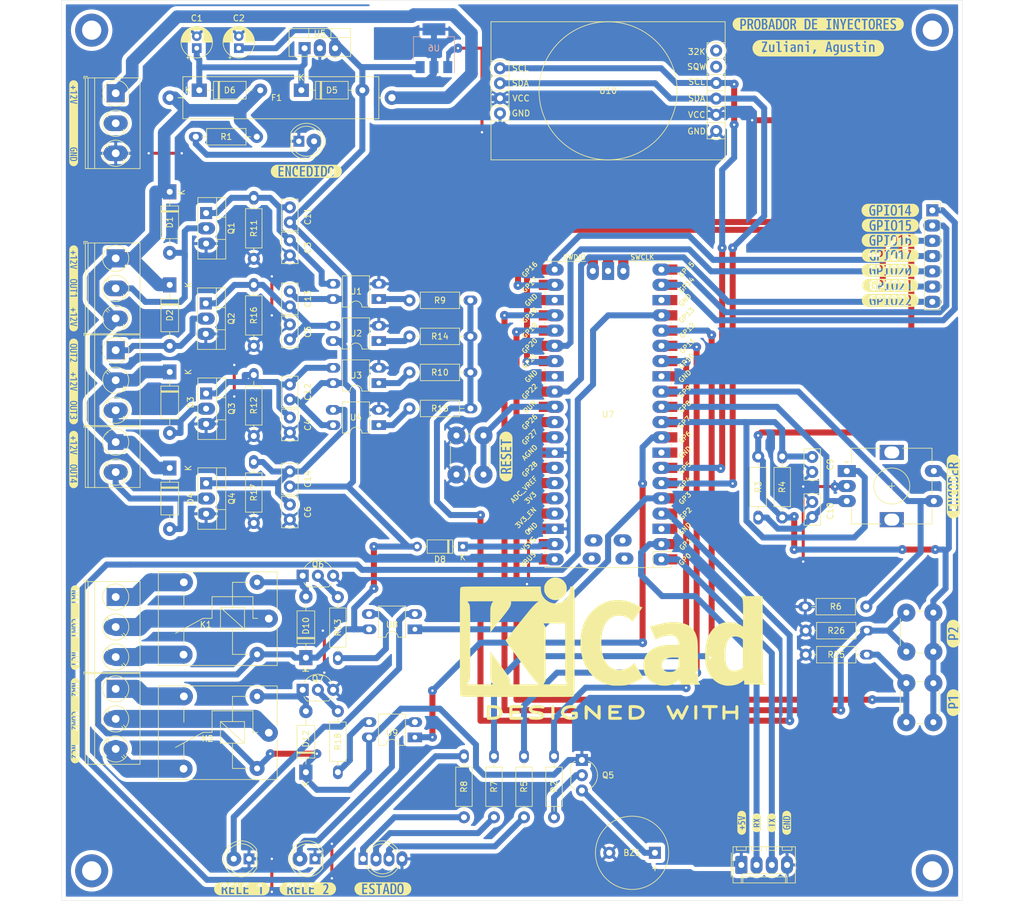
<source format=kicad_pcb>
(kicad_pcb (version 20211014) (generator pcbnew)
  (layers (0 "F.Cu" signal) (31 "B.Cu" signal) (34 "B.Paste" user) (35 "F.Paste" user) (36 "B.SilkS" user "B.Silkscreen") (37 "F.SilkS" user "F.Silkscreen") (38 "B.Mask" user) (39 "F.Mask" user) (44 "Edge.Cuts" user))
  (net 0 "")
  (net 1 "/Control/Com_Rele1")
  (net 2 "/Control/Com_Rele2")
  (net 3 "GND")
  (net 4 "Net-(BZ1-Pad1)")
  (net 5 "Net-(C1-Pad1)")
  (net 6 "+5V")
  (net 7 "+12V")
  (net 8 "Net-(D4-Pad2)")
  (net 9 "Net-(D7-Pad2)")
  (net 10 "Net-(D8-Pad1)")
  (net 11 "Net-(D9-Pad3)")
  (net 12 "Net-(D9-Pad2)")
  (net 13 "Net-(D9-Pad1)")
  (net 14 "Net-(D10-Pad2)")
  (net 15 "Net-(D11-Pad2)")
  (net 16 "Net-(D12-Pad2)")
  (net 17 "Net-(D13-Pad2)")
  (net 20 "Net-(Q5-Pad2)")
  (net 21 "Net-(Q6-Pad2)")
  (net 22 "Net-(Q7-Pad2)")
  (net 23 "/Control/Buzzer")
  (net 24 "/Control/B")
  (net 25 "+3V3")
  (net 26 "/Control/A")
  (net 27 "/Control/Rgb1")
  (net 28 "/Control/Encoder_Push")
  (net 29 "/Control/Rgb2")
  (net 30 "/Control/Rgb3")
  (net 31 "/Control/INYECTORES")
  (net 32 "Net-(R9-Pad1)")
  (net 33 "Net-(R10-Pad1)")
  (net 34 "/Control/R1_OUT")
  (net 35 "Net-(R14-Pad1)")
  (net 36 "Net-(R15-Pad1)")
  (net 37 "/Control/R2_OUT")
  (net 38 "/Control/RESET")
  (net 39 "/Control/Bomba2")
  (net 40 "/Control/I2C0_SCL")
  (net 41 "/Control/I2C0_SDA")
  (net 42 "/Control/Bomba1")
  (net 43 "/Control/UART0_RX")
  (net 44 "/Control/UART0_TX")
  (net 45 "/Control/GPIO22")
  (net 46 "/Control/GPIO21")
  (net 47 "/Control/GPIO20")
  (net 48 "/Control/GPIO17")
  (net 49 "/Control/GPIO16")
  (net 50 "/Control/GPIO15")
  (net 51 "/Control/GPIO14")
  (net 52 "/Control/PULSADOR_2")
  (net 53 "/Control/PULSADOR_1")
  (net 54 "Net-(C11-Pad2)")
  (net 55 "Net-(C12-Pad2)")
  (net 56 "Net-(C13-Pad2)")
  (net 57 "Net-(C14-Pad2)")
  (net 74 "Net-(F1-Pad2)")
  (net 75 "/Control/INY1_OUT")
  (net 76 "/Control/INY2_OUT")
  (net 77 "/Control/INY3_OUT")
  (net 78 "/Control/Sal1_Rele1")
  (net 79 "/Control/Sal2_Rele1")
  (net 80 "/Control/Sal1_Rele2")
  (net 81 "/Control/Sal2_Rele2")
  (footprint "Symbol:KiCad-Logo2_20mm_SilkScreen" (layer "F.Cu") (at 116.725179 131.028122)
    (fp_text reference "REF1" hide)
    (fp_text value "KiCad-Logo2_20mm_SilkScree" hide)
  )
  (footprint "Capacitor_THT:C_Disc_D5.0mm_W2.5mm_P2.50mm" (layer "F.Cu") (at 63 109 -90)
    (fp_text reference "C6")
    (fp_text value "C")
  )
  (footprint "Fuse:Fuse_SunFuse-6HP" (layer "F.Cu") (at 43 41.25)
    (fp_text reference "F1")
    (fp_text value "12V/4A")
  )
  (footprint "Capacitor_THT:C_Disc_D5.0mm_W2.5mm_P2.50mm" (layer "F.Cu") (at 63 65 -90)
    (fp_text reference "C3")
    (fp_text value "C")
  )
  (footprint "kibuzzard-62C099B8" (layer "F.Cu") (at 140.75 162 90)
    (fp_text reference "kibuzzard-62C099B8" hide)
    (fp_text value "G***" hide)
  )
  (footprint "Resistor_THT:R_Axial_DIN0207_L6.3mm_D2.5mm_P10.16mm_Horizontal" (layer "F.Cu") (at 107 161.08 90)
    (fp_text reference "R2")
    (fp_text value "4k7")
  )
  (footprint "kibuzzard-62C095A2" (layer "F.Cu") (at 163 60)
    (fp_text reference "kibuzzard-62C095A2" hide)
    (fp_text value "G***" hide)
  )
  (footprint "Resistor_THT:R_Axial_DIN0207_L6.3mm_D2.5mm_P10.16mm_Horizontal" (layer "F.Cu") (at 92 161.08 90)
    (fp_text reference "R8")
    (fp_text value "R")
  )
  (footprint "Resistor_THT:R_Axial_DIN0207_L6.3mm_D2.5mm_P10.16mm_Horizontal" (layer "F.Cu") (at 148.92 130)
    (fp_text reference "R26")
    (fp_text value "10k")
  )
  (footprint "Resistor_THT:R_Axial_DIN0207_L6.3mm_D2.5mm_P10.16mm_Horizontal" (layer "F.Cu") (at 102 161.08 90)
    (fp_text reference "R5")
    (fp_text value "R")
  )
  (footprint "MountingHole:MountingHole_3.2mm_M3_ISO14580_Pad" (layer "F.Cu") (at 170 170)
    (fp_text reference "REF4" hide)
    (fp_text value "MountingHole_3.2mm_M3_ISO14580_Pad")
  )
  (footprint "Capacitor_THT:C_Disc_D5.0mm_W2.5mm_P2.50mm" (layer "F.Cu") (at 63 91.5 90)
    (fp_text reference "C12")
    (fp_text value "104")
  )
  (footprint "Resistor_THT:R_Axial_DIN0207_L6.3mm_D2.5mm_P10.16mm_Horizontal" (layer "F.Cu") (at 71 124.42 -90)
    (fp_text reference "R13")
    (fp_text value "12k")
  )
  (footprint "Button_Switch_THT:SW_PUSH_6mm" (layer "F.Cu") (at 170.17 138.75 -90)
    (fp_text reference "SW1" hide)
    (fp_text value "PUSH2" hide)
  )
  (footprint "Diode_THT:D_DO-41_SOD81_P10.16mm_Horizontal" (layer "F.Cu") (at 65.675 153.58 90)
    (fp_text reference "D12")
    (fp_text value "1N4007")
  )
  (footprint "MountingHole:MountingHole_3.2mm_M3_ISO14580_Pad" (layer "F.Cu") (at 30 170)
    (fp_text reference "REF3" hide)
    (fp_text value "MountingHole_3.2mm_M3_ISO14580_Pad")
  )
  (footprint "Relay_THT:Relay_SPDT_SANYOU_SRD_Series_Form_C" (layer "F.Cu") (at 59.5 128 180)
    (fp_text reference "K1")
    (fp_text value "SANYOU_SRD_Form_C")
  )
  (footprint "Capacitor_THT:C_Disc_D5.0mm_W2.5mm_P2.50mm" (layer "F.Cu") (at 63 94.5 -90)
    (fp_text reference "C4")
    (fp_text value "C")
  )
  (footprint "Package_TO_SOT_THT:TO-92_Inline_Wide" (layer "F.Cu") (at 111.64 151.54 -90)
    (fp_text reference "Q5")
    (fp_text value "BC548")
  )
  (footprint "kibuzzard-62C09656" (layer "F.Cu") (at 173.5 130.5 90)
    (fp_text reference "kibuzzard-62C09656" hide)
    (fp_text value "G***" hide)
  )
  (footprint "kibuzzard-62C09649" (layer "F.Cu") (at 173.5 142 90)
    (fp_text reference "kibuzzard-62C09649" hide)
    (fp_text value "G***" hide)
  )
  (footprint "kibuzzard-62C0966F" (layer "F.Cu") (at 99 101 90)
    (fp_text reference "kibuzzard-62C0966F" hide)
    (fp_text value "G***" hide)
  )
  (footprint "kibuzzard-62C095D0" (layer "F.Cu") (at 163 72.5)
    (fp_text reference "kibuzzard-62C095D0" hide)
    (fp_text value "G***" hide)
  )
  (footprint "Resistor_THT:R_Axial_DIN0207_L6.3mm_D2.5mm_P10.16mm_Horizontal" (layer "F.Cu") (at 71 143.42 -90)
    (fp_text reference "R18")
    (fp_text value "R")
  )
  (footprint "" (layer "F.Cu") (at 170 30)
    (fp_text reference "")
    (fp_text value "")
  )
  (footprint "kibuzzard-62C09664" (layer "F.Cu") (at 173.5 106 90)
    (fp_text reference "kibuzzard-62C09664" hide)
    (fp_text value "G***" hide)
  )
  (footprint "Resistor_THT:R_Axial_DIN0207_L6.3mm_D2.5mm_P10.16mm_Horizontal" (layer "F.Cu") (at 159 126 180)
    (fp_text reference "R6")
    (fp_text value "10k")
  )
  (footprint "Relay_THT:Relay_SPDT_SANYOU_SRD_Series_Form_C" (layer "F.Cu") (at 59.5 147 180)
    (fp_text reference "K2")
    (fp_text value "SANYOU_SRD_Form_C")
  )
  (footprint "Resistor_THT:R_Axial_DIN0207_L6.3mm_D2.5mm_P10.16mm_Horizontal" (layer "F.Cu") (at 141 101 -90)
    (fp_text reference "R3")
    (fp_text value "10k")
  )
  (footprint "Borneras:TerminalBlock_Phoenix_PT-1,5-3-5.0-H_1x03_P5.00mm_Horizontal" (layer "F.Cu") (at 34 40.5 -90)
    (fp_text reference "J1" hide)
    (fp_text value "Entrada_12V/4A")
  )
  (footprint "kibuzzard-62C096F9" (layer "F.Cu") (at 65.75 53.5)
    (fp_text reference "kibuzzard-62C096F9" hide)
    (fp_text value "G***" hide)
  )
  (footprint "Buzzer_Beeper:Buzzer_12x9.5RM7.6" (layer "F.Cu") (at 123.8 167 180)
    (fp_text reference "BZ1")
    (fp_text value "Buzzer")
  )
  (footprint "kibuzzard-62C095C6" (layer "F.Cu") (at 163 70)
    (fp_text reference "kibuzzard-62C095C6" hide)
    (fp_text value "G***" hide)
  )
  (footprint "Resistor_THT:R_Axial_DIN0207_L6.3mm_D2.5mm_P10.16mm_Horizontal" (layer "F.Cu") (at 82.92 75)
    (fp_text reference "R9")
    (fp_text value "180")
  )
  (footprint "Borneras:TerminalBlock_Phoenix_PT-1,5-2-5.0-H_1x02_P5.00mm_Horizontal" (layer "F.Cu") (at 34 98.6 -90)
    (fp_text reference "SAL_INY4" hide)
    (fp_text value "BOR3_INY")
  )
  (footprint "Resistor_THT:R_Axial_DIN0207_L6.3mm_D2.5mm_P10.16mm_Horizontal" (layer "F.Cu") (at 82.92 87)
    (fp_text reference "R10")
    (fp_text value "180")
  )
  (footprint "kibuzzard-62C098BB" (layer "F.Cu") (at 27 73 -90)
    (fp_text reference "kibuzzard-62C098BB" hide)
    (fp_text value "G***" hide)
  )
  (footprint "kibuzzard-62C09846" (layer "F.Cu") (at 27 101.5 -90)
    (fp_text reference "kibuzzard-62C09846" hide)
    (fp_text value "G***" hide)
  )
  (footprint "kibuzzard-62C096D5" (layer "F.Cu") (at 66 173)
    (fp_text reference "kibuzzard-62C096D5" hide)
    (fp_text value "G***" hide)
  )
  (footprint "Package_TO_SOT_THT:TO-220-3_Vertical" (layer "F.Cu") (at 65.46 33)
    (fp_text reference "U5")
    (fp_text value "L7805")
  )
  (footprint "Resistor_THT:R_Axial_DIN0207_L6.3mm_D2.5mm_P10.16mm_Horizontal" (layer "F.Cu") (at 57 82.58 90)
    (fp_text reference "R16")
    (fp_text value "10k")
  )
  (footprint "Package_DIP:DIP-4_W7.62mm_LongPads" (layer "F.Cu") (at 83.825 129.775 180)
    (fp_text reference "U8")
    (fp_text value "PC817")
  )
  (footprint "kibuzzard-62C09983" (layer "F.Cu") (at 138.25 162 90)
    (fp_text reference "kibuzzard-62C09983" hide)
    (fp_text value "G***" hide)
  )
  (footprint "Resistor_THT:R_Axial_DIN0207_L6.3mm_D2.5mm_P10.16mm_Horizontal" (layer "F.Cu") (at 82.92 81)
    (fp_text reference "R14")
    (fp_text value "180")
  )
  (footprint "LED_THT:LED_D5.0mm" (layer "F.Cu") (at 64.5 48.5)
    (fp_text reference "D7" hide)
    (fp_text value "LED" hide)
  )
  (footprint "kibuzzard-62C09818" (layer "F.Cu") (at 27 88.5 -90)
    (fp_text reference "kibuzzard-62C09818" hide)
    (fp_text value "G***" hide)
  )
  (footprint "Resistor_THT:R_Axial_DIN0207_L6.3mm_D2.5mm_P10.16mm_Horizontal" (layer "F.Cu") (at 82.92 93)
    (fp_text reference "R15")
    (fp_text value "180")
  )
  (footprint "Capacitor_THT:CP_Radial_D5.0mm_P2.00mm" (layer "F.Cu") (at 54.5 33 90)
    (fp_text reference "C2")
    (fp_text value "CP")
  )
  (footprint "Diode_THT:D_DO-41_SOD81_P10.16mm_Horizontal" (layer "F.Cu") (at 47.92 40)
    (fp_text reference "D6")
    (fp_text value "1N4007")
  )
  (footprint "Package_TO_SOT_THT:TO-220-3_Vertical" (layer "F.Cu") (at 49.055 105.46 -90)
    (fp_text reference "Q4")
    (fp_text value "IRF540N")
  )
  (footprint "Rotary_Encoder:RotaryEncoder_Alps_EC12E-Switch_Vertical_H20mm" (layer "F.Cu") (at 155.75 103.42)
    (fp_text reference "SW3" hide)
    (fp_text value "Rotary_Encoder_Switch" hide)
  )
  (footprint "Resistor_THT:R_Axial_DIN0207_L6.3mm_D2.5mm_P10.16mm_Horizontal" (layer "F.Cu") (at 57.5 47.75 180)
    (fp_text reference "R1")
    (fp_text value "330")
  )
  (footprint "Resistor_THT:R_Axial_DIN0207_L6.3mm_D2.5mm_P10.16mm_Horizontal" (layer "F.Cu") (at 145 111.16 90)
    (fp_text reference "R4")
    (fp_text value "10k")
  )
  (footprint "kibuzzard-62C095D9" (layer "F.Cu") (at 163 75)
    (fp_text reference "kibuzzard-62C095D9" hide)
    (fp_text value "G***" hide)
  )
  (footprint "Borneras:TerminalBlock_Phoenix_PT-1,5-3-5.0-H_1x03_P5.00mm_Horizontal" (layer "F.Cu") (at 34 83.3 -90)
    (fp_text reference "J4" hide)
    (fp_text value "BOR2_INY")
  )
  (footprint "kibuzzard-62C095BF" (layer "F.Cu") (at 163 67.5)
    (fp_text reference "kibuzzard-62C095BF" hide)
    (fp_text value "G***" hide)
  )
  (footprint "kibuzzard-62C09473" (layer "F.Cu") (at 151 29)
    (fp_text reference "kibuzzard-62C09473" hide)
    (fp_text value "G***" hide)
  )
  (footprint "Resistor_THT:R_Axial_DIN0207_L6.3mm_D2.5mm_P10.16mm_Horizontal" (layer "F.Cu") (at 57 97.58 90)
    (fp_text reference "R12")
    (fp_text value "10k")
  )
  (footprint "Package_DIP:DIP-4_W7.62mm_LongPads" (layer "F.Cu") (at 83.825 147.775 180)
    (fp_text reference "U9")
    (fp_text value "PC817")
  )
  (footprint "Capacitor_THT:C_Disc_D5.0mm_W2.5mm_P2.50mm" (layer "F.Cu") (at 63 106 90)
    (fp_text reference "C14")
    (fp_text value "104")
  )
  (footprint "Button_Switch_THT:SW_PUSH_6mm" (layer "F.Cu") (at 95.25 97.5 -90)
    (fp_text reference "SW2" hide)
    (fp_text value "Reset_Push" hide)
  )
  (footprint "MCU_RaspberryPi_and_Boards:RPi_Pico_SMD_TH" (layer "F.Cu") (at 116 94 180)
    (fp_text reference "U7")
    (fp_text value "Pico")
  )
  (footprint "Diode_THT:D_DO-41_SOD81_P10.16mm_Horizontal" (layer "F.Cu") (at 43 56.92 -90)
    (fp_text reference "D1")
    (fp_text value "1N4007")
  )
  (footprint "Connector_Molex:Molex_KK-254_AE-6410-04A_1x04_P2.54mm_Vertical" (layer "F.Cu") (at 138.19 169.02)
    (fp_text reference "Uart1" hide)
    (fp_text value "Screw_Terminal_01x02")
  )
  (footprint "MountingHole:MountingHole_3.2mm_M3_ISO14580_Pad" (layer "F.Cu") (at 30 30)
    (fp_text reference "REF5" hide)
    (fp_text value "MountingHole_3.2mm_M3_ISO14580_Pad")
  )
  (footprint "Diode_THT:D_DO-41_SOD81_P10.16mm_Horizontal" (layer "F.Cu") (at 43 72.42 -90)
    (fp_text reference "D2")
    (fp_text value "1N4007")
  )
  (footprint "LED_THT:LED_D5.0mm" (layer "F.Cu") (at 56.2 168 180)
    (fp_text reference "D11" hide)
    (fp_text value "LED" hide)
  )
  (footprint "kibuzzard-62C096C0" (layer "F.Cu") (at 55 173)
    (fp_text reference "kibuzzard-62C096C0" hide)
    (fp_text value "G***" hide)
  )
  (footprint "Resistor_THT:R_Axial_DIN0207_L6.3mm_D2.5mm_P10.16mm_Horizontal" (layer "F.Cu") (at 57 68.08 90)
    (fp_text reference "R11")
    (fp_text value "10k")
  )
  (footprint "kibuzzard-62C095B6" (layer "F.Cu") (at 163 65)
    (fp_text reference "kibuzzard-62C095B6" hide)
    (fp_text value "G***" hide)
  )
  (footprint "kibuzzard-62C095AC" (layer "F.Cu") (at 163 62.5)
    (fp_text reference "kibuzzard-62C095AC" hide)
    (fp_text value "G***" hide)
  )
  (footprint "Resistor_THT:R_Axial_DIN0207_L6.3mm_D2.5mm_P10.16mm_Horizontal" (layer "F.Cu") (at 148.92 134)
    (fp_text reference "R25")
    (fp_text value "10k")
  )
  (footprint "kibuzzard-62C09A65" (layer "F.Cu") (at 27.25 145 -90)
    (fp_text reference "kibuzzard-62C09A65" hide)
    (fp_text value "G***" hide)
  )
  (footprint "Package_DIP:DIP-4_W7.62mm_LongPads" (layer "F.Cu") (at 77.825 95.775 180)
    (fp_text reference "U4")
    (fp_text value "PC817")
  )
  (footprint "Capacitor_THT:C_Disc_D5.0mm_W2.5mm_P2.50mm" (layer "F.Cu") (at 150 111.08 90)
    (fp_text reference "C10")
    (fp_text value "104")
  )
  (footprint "DS3231_SHIELD:DS3231_Shield" (layer "F.Cu") (at 116 28.595)
    (fp_text reference "U10")
    (fp_text value "DS3231_SHIELD")
  )
  (footprint "Diode_THT:D_DO-41_SOD81_P10.16mm_Horizontal" (layer "F.Cu") (at 43 102.92 -90)
    (fp_text reference "D4")
    (fp_text value "1N4007")
  )
  (footprint "Package_TO_SOT_THT:TO-220-3_Vertical" (layer "F.Cu") (at 49 75.5 -90)
    (fp_text reference "Q2")
    (fp_text value "IRF540N")
  )
  (footprint "Diode_THT:D_DO-35_SOD27_P7.62mm_Horizontal" (layer "F.Cu") (at 91.81 116 180)
    (fp_text reference "D8")
    (fp_text value "1N4148")
  )
  (footprint "Capacitor_THT:C_Disc_D5.0mm_W2.5mm_P2.50mm" (layer "F.Cu") (at 63 73.5 -90)
    (fp_text reference "C13")
    (fp_text value "104")
  )
  (footprint "kibuzzard-62C09447" (layer "F.Cu") (at 151 33)
    (fp_text reference "kibuzzard-62C09447" hide)
    (fp_text value "G***" hide)
  )
  (footprint "Borneras:TerminalBlock_Phoenix_PT-1,5-3-5.0-H_1x03_P5.00mm_Horizontal" (layer "F.Cu") (at 34 124.4 -90)
    (fp_text reference "J5" hide)
    (fp_text value "BOR1_RELE")
  )
  (footprint "kibuzzard-62C099DD" (layer "F.Cu") (at 27 45.5 -90)
    (fp_text reference "kibuzzard-62C099DD" hide)
    (fp_text value "G***" hide)
  )
  (footprint "Borneras:TerminalBlock_Phoenix_PT-1,5-3-5.0-H_1x03_P5.00mm_Horizontal" (layer "F.Cu") (at 34 139.7 -90)
    (fp_text reference "J6" hide)
    (fp_text value "BOR2_RELE")
  )
  (footprint "kibuzzard-62C099BF" (layer "F.Cu") (at 143.25 162 90)
    (fp_text reference "kibuzzard-62C099BF" hide)
    (fp_text value "G***" hide)
  )
  (footprint "kibuzzard-62C09A4A" (layer "F.Cu") (at 27.25 129.5 -90)
    (fp_text reference "kibuzzard-62C09A4A" hide)
    (fp_text value "G***" hide)
  )
  (footprint "Borneras:TerminalBlock_Phoenix_PT-1,5-3-5.0-H_1x03_P5.00mm_Horizontal" (layer "F.Cu") (at 34 68 -90)
    (fp_text reference "J3" hide)
    (fp_text value "B1_INY")
  )
  (footprint "Resistor_THT:R_Axial_DIN0207_L6.3mm_D2.5mm_P10.16mm_Horizontal" (layer "F.Cu") (at 97 161.08 90)
    (fp_text reference "R7")
    (fp_text value "R")
  )
  (footprint "Package_DIP:DIP-4_W7.62mm_LongPads" (layer "F.Cu") (at 77.825 88.775 180)
    (fp_text reference "U3")
    (fp_text value "PC817")
  )
  (footprint "Button_Switch_THT:SW_PUSH_6mm" (layer "F.Cu") (at 170.17 127 -90)
    (fp_text reference "SW4" hide)
    (fp_text value "PUSH1" hide)
  )
  (footprint "Diode_THT:D_DO-41_SOD81_P10.16mm_Horizontal" (layer "F.Cu") (at 64.92 40)
    (fp_text reference "D5")
    (fp_text value "1N4007")
  )
  (footprint "Diode_THT:D_DO-41_SOD81_P10.16mm_Horizontal" (layer "F.Cu") (at 43 86.92 -90)
    (fp_text reference "D3")
    (fp_text value "1N4007")
  )
  (footprint "Package_TO_SOT_THT:TO-220-3_Vertical" (layer "F.Cu") (at 49.055 90.5 -90)
    (fp_text reference "Q3")
    (fp_text value "IRF540N")
  )
  (footprint "Capacitor_THT:C_Disc_D5.0mm_W2.5mm_P2.50mm" (layer "F.Cu") (at 63 81.5 90)
    (fp_text reference "C5")
    (fp_text value "C")
  )
  (footprint "Diode_THT:D_DO-41_SOD81_P10.16mm_Horizontal" (layer "F.Cu") (at 65.675 134.5 90)
    (fp_text reference "D10")
    (fp_text value "1N4007")
  )
  (footprint "Capacitor_THT:C_Disc_D5.0mm_W2.5mm_P2.50mm" (layer "F.Cu") (at 63 62 90)
    (fp_text reference "C11")
    (fp_text value "104")
  )
  (footprint "Package_DIP:DIP-4_W7.62mm_LongPads" (layer "F.Cu") (at 77.825 74.775 180)
    (fp_text reference "U1")
    (fp_text value "PC817")
  )
  (footprint "Package_DIP:DIP-4_W7.62mm_LongPads" (layer "F.Cu") (at 77.825 81.775 180)
    (fp_text reference "U2")
    (fp_text value "PC817")
  )
  (footprint "Connector_PinSocket_2.54mm:PinSocket_1x07_P2.54mm_Vertical" (layer "F.Cu") (at 170 60)
    (fp_text reference "J2" hide)
    (fp_text value "Conn_01x07_Male")
  )
  (footprint "kibuzzard-62C096DE" (layer "F.Cu") (at 78.5 173)
    (fp_text reference "kibuzzard-62C096DE" hide)
    (fp_text value "G***" hide)
  )
  (footprint "LED_THT:LED_D5.0mm" (layer "F.Cu") (at 67.2 168 180)
    (fp_text reference "D13")
    (fp_text value "LED" hide)
  )
  (footprint "Package_TO_SOT_THT:TO-92_Inline_Wide" (layer "F.Cu") (at 65.135 139.86)
    (fp_text reference "Q7")
    (fp_text value "BC548")
  )
  (footprint "Package_TO_SOT_THT:TO-92_Inline_Wide" (layer "F.Cu") (at 65.135 120.86)
    (fp_text reference "Q6")
    (fp_text value "BC548")
  )
  (footprint "Capacitor_THT:C_Disc_D5.0mm_W2.5mm_P2.50mm" (layer "F.Cu") (at 150 101.08 -90)
    (fp_text reference "C9")
    (fp_text value "104")
  )
  (footprint "Resistor_THT:R_Axial_DIN0207_L6.3mm_D2.5mm_P10.16mm_Horizontal" (layer "F.Cu") (at 57 112.08 90)
    (fp_text reference "R17")
    (fp_text value "10k")
  )
  (footprint "Capacitor_THT:CP_Radial_D5.0mm_P2.00mm" (layer "F.Cu") (at 47.5 33 90)
    (fp_text reference "C1")
    (fp_text value "CP")
  )
  (footprint "kibuzzard-62C099C8" (layer "F.Cu") (at 145.75 162 90)
    (fp_text reference "kibuzzard-62C099C8" hide)
    (fp_text value "G***" hide)
  )
  (footprint "LED_THT:LED_D5.0mm-4_RGB_Wide_Pins" (layer "F.Cu") (at 75.2 168)
    (fp_text reference "D9" hide)
    (fp_text value "LED_RGBC" hide)
  )
  (footprint "Package_TO_SOT_THT:TO-220-3_Vertical" (layer "F.Cu") (at 49.055 60.46 -90)
    (fp_text reference "Q1")
    (fp_text value "IRF540N")
  )
  (footprint "Package_TO_SOT_SMD:SOT-223-3_TabPin2" (layer "B.Cu") (at 87 33 90)
    (fp_text reference "U6")
    (fp_text value "AMS1117-3.3")
  )
  (gr_rect (start 25 25) (end 175 175) (layer "Edge.Cuts") (width 0.05) (fill none))
  (segment (start 39.3003 128) (end 37.9003 129.4) (width 3) (layer "B.Cu") (net 1))
  (segment (start 59.5 128) (end 39.3003 128) (width 3) (layer "B.Cu") (net 1))
  (segment (start 34 129.4) (end 37.9003 129.4) (width 3) (layer "B.Cu") (net 1))
  (segment (start 57.2 144.7) (end 34 144.7) (width 3) (layer "B.Cu") (net 2))
  (segment (start 59.5 147) (end 57.2 144.7) (width 3) (layer "B.Cu") (net 2))
  (segment (start 53.75 91) (end 53.75 85.75) (width 0.5) (layer "F.Cu") (net 3))
  (segment (start 68.75 130.25) (end 68.5 130) (width 0.5) (layer "F.Cu") (net 3))
  (segment (start 148.5 106) (end 153.8044 106) (width 0.5) (layer "F.Cu") (net 3))
  (segment (start 70 165.5) (end 70 171.25) (width 0.5) (layer "F.Cu") (net 3))
  (segment (start 60 71) (end 60 77.5) (width 0.5) (layer "F.Cu") (net 3))
  (segment (start 39.5 50.5) (end 45 50.5) (width 0.5) (layer "F.Cu") (net 3))
  (segment (start 68.75 137) (end 68.75 130.25) (width 0.5) (layer "F.Cu") (net 3))
  (segment (start 95 47) (end 95 33) (width 0.5) (layer "F.Cu") (net 3))
  (segment (start 60 168) (end 60 173.5) (width 0.5) (layer "F.Cu") (net 3))
  (segment (start 102.75 113.25) (end 102.75 122) (width 0.5) (layer "F.Cu") (net 3))
  (segment (start 102.75 122) (end 102.5 122.25) (width 0.5) (layer "F.Cu") (net 3))
  (segment (start 95 33) (end 91 33) (width 0.5) (layer "F.Cu") (net 3))
  (segment (start 148.5 106) (end 148.5 118.5) (width 0.5) (layer "F.Cu") (net 3))
  (via (at 68.5 130) (size 1.5) (drill 0.4) (layers "F.Cu" "B.Cu") (net 3))
  (via (at 91 33) (size 1.5) (drill 0.4) (layers "F.Cu" "B.Cu") (net 3))
  (via (at 102.75 113.25) (size 1.5) (drill 0.4) (layers "F.Cu" "B.Cu") (net 3))
  (via (at 148.5 106) (size 1.5) (drill 0.4) (layers "F.Cu" "B.Cu") (net 3))
  (via (at 153.8044 106) (size 1.5) (drill 0.4) (layers "F.Cu" "B.Cu") (net 3))
  (via (at 148.5 118.5) (size 1.5) (drill 0.4) (layers "F.Cu" "B.Cu") (net 3))
  (via (at 70 171.25) (size 1.5) (drill 0.4) (layers "F.Cu" "B.Cu") (net 3))
  (via (at 39.5 50.5) (size 1.5) (drill 0.4) (layers "F.Cu" "B.Cu") (net 3))
  (via (at 53.75 85.75) (size 1.5) (drill 0.4) (layers "F.Cu" "B.Cu") (net 3))
  (via (at 95 47) (size 1.5) (drill 0.4) (layers "F.Cu" "B.Cu") (net 3))
  (via (at 60 168) (size 1.5) (drill 0.4) (layers "F.Cu" "B.Cu") (net 3))
  (via (at 70 165.5) (size 1.5) (drill 0.4) (layers "F.Cu" "B.Cu") (net 3))
  (via (at 45 50.5) (size 1.5) (drill 0.4) (layers "F.Cu" "B.Cu") (net 3))
  (via (at 53.75 91) (size 1.5) (drill 0.4) (layers "F.Cu" "B.Cu") (net 3))
  (via (at 60 77.5) (size 1.5) (drill 0.4) (layers "F.Cu" "B.Cu") (net 3))
  (via (at 68.75 137) (size 1.5) (drill 0.4) (layers "F.Cu" "B.Cu") (net 3))
  (via (at 60 71) (size 1.5) (drill 0.4) (layers "F.Cu" "B.Cu") (net 3))
  (via (at 102.5 122.25) (size 1.5) (drill 0.4) (layers "F.Cu" "B.Cu") (net 3))
  (via (at 60 173.5) (size 1.5) (drill 0.4) (layers "F.Cu" "B.Cu") (net 3))
  (segment (start 68.75 138.395) (end 68.75 137.5) (width 0.5) (layer "B.Cu") (net 3))
  (segment (start 155.67 106) (end 155.75 105.92) (width 0.5) (layer "B.Cu") (net 3))
  (segment (start 97 47) (end 98 46) (width 0.5) (layer "B.Cu") (net 3))
  (segment (start 67.5 168) (end 70 165.5) (width 0.5) (layer "B.Cu") (net 3))
  (segment (start 56.2 168) (end 60 168) (width 0.5) (layer "B.Cu") (net 3))
  (segment (start 153.8044 106) (end 155.67 106) (width 0.5) (layer "B.Cu") (net 3))
  (segment (start 98 46) (end 98 43.845) (width 0.5) (layer "B.Cu") (net 3))
  (segment (start 49.67 95.58) (end 49.055 95.58) (width 0.5) (layer "B.Cu") (net 3))
  (segment (start 95 47) (end 97 47) (width 0.5) (layer "B.Cu") (net 3))
  (segment (start 150 103.58) (end 148.5 105.08) (width 0.5) (layer "B.Cu") (net 3))
  (segment (start 53.75 91) (end 53.75 91.5) (width 0.5) (layer "B.Cu") (net 3))
  (segment (start 102.95 113.05) (end 102.75 113.25) (width 0.5) (layer "B.Cu") (net 3))
  (segment (start 68.75 137.5) (end 68.75 137) (width 0.5) (layer "B.Cu") (net 3))
  (segment (start 89.3 36.15) (end 89.3 33.7) (width 0.5) (layer "B.Cu") (net 3))
  (segment (start 53.75 91.5) (end 49.67 95.58) (width 0.5) (layer "B.Cu") (net 3))
  (segment (start 67.2 168) (end 67.5 168) (width 0.5) (layer "B.Cu") (net 3))
  (segment (start 70.215 139.86) (end 68.75 138.395) (width 0.5) (layer "B.Cu") (net 3))
  (segment (start 57 68.08) (end 57.08 68.08) (width 0.5) (layer "B.Cu") (net 3))
  (segment (start 90 33) (end 91 33) (width 0.5) (layer "B.Cu") (net 3))
  (segment (start 148.5 105.25) (end 148.5 106) (width 0.5) (layer "B.Cu") (net 3))
  (segment (start 34 50.5) (end 39.5 50.5) (width 0.5) (layer "B.Cu") (net 3))
  (segment (start 148.5 105.08) (end 148.5 105.25) (width 0.5) (layer "B.Cu") (net 3))
  (segment (start 107.11 113.05) (end 102.95 113.05) (width 0.5) (layer "B.Cu") (net 3))
  (segment (start 57.08 68.08) (end 60 71) (width 0.5) (layer "B.Cu") (net 3))
  (segment (start 89.3 33.7) (end 90 33) (width 0.5) (layer "B.Cu") (net 3))
  (segment (start 111.7197 156.62) (end 111.64 156.62) (width 1) (layer "B.Cu") (net 4))
  (segment (start 122.0997 167) (end 111.7197 156.62) (width 1) (layer "B.Cu") (net 4))
  (segment (start 123.8 167) (end 122.0997 167) (width 1) (layer "B.Cu") (net 4))
  (segment (start 64.92 40) (end 64.92 38.1997) (width 1) (layer "B.Cu") (net 5))
  (segment (start 64.92 36.1931) (end 65.46 35.6531) (width 1) (layer "B.Cu") (net 5))
  (segment (start 47.5 33) (end 47.5 34.5003) (width 1) (layer "B.Cu") (net 5))
  (segment (start 47.92 40) (end 47.92 36.1931) (width 1) (layer "B.Cu") (net 5))
  (segment (start 47.92 34.9203) (end 47.5 34.5003) (width 1) (layer "B.Cu") (net 5))
  (segment (start 65.46 35.6531) (end 65.46 33) (width 1) (layer "B.Cu") (net 5))
  (segment (start 64.92 38.1997) (end 64.92 36.1931) (width 1) (layer "B.Cu") (net 5))
  (segment (start 47.92 36.1931) (end 64.92 36.1931) (width 1) (layer "B.Cu") (net 5))
  (segment (start 47.92 36.1931) (end 47.92 34.9203) (width 1) (layer "B.Cu") (net 5))
  (segment (start 77 123) (end 77 116) (width 1) (layer "F.Cu") (net 6))
  (segment (start 67.5 150.5) (end 59.75 150.5) (width 1) (layer "F.Cu") (net 6))
  (via (at 67.5 150.5) (size 1.5) (drill 0.4) (layers "F.Cu" "B.Cu") (net 6))
  (via (at 59.75 150.5) (size 1.5) (drill 0.4) (layers "F.Cu" "B.Cu") (net 6))
  (via (at 77 123) (size 1.5) (drill 0.4) (layers "F.Cu" "B.Cu") (net 6))
  (via (at 77 116) (size 1.5) (drill 0.4) (layers "F.Cu" "B.Cu") (net 6))
  (segment (start 70.205 88.775) (end 72.1053 88.775) (width 1) (layer "B.Cu") (net 6))
  (segment (start 31.0803 138.3314) (end 31.0803 145.6421) (width 1) (layer "B.Cu") (net 6))
  (segment (start 73 156.5) (end 67.5 156.5) (width 1) (layer "B.Cu") (net 6))
  (segment (start 76.205 129.775) (end 74.3047 129.775) (width 1) (layer "B.Cu") (net 6))
  (segment (start 72.1053 82.7251) (end 72.1053 88.775) (width 1) (layer "B.Cu") (net 6))
  (segment (start 109.46 151.54) (end 107 154) (width 1) (layer "B.Cu") (net 6))
  (segment (start 67.5 156.5) (end 65.675 154.675) (width 1) (layer "B.Cu") (net 6))
  (segment (start 73.725 129.775) (end 73.725 126.275) (width 1) (layer "B.Cu") (net 6))
  (segment (start 64.0297 91.5) (end 63 91.5) (width 1) (layer "B.Cu") (net 6))
  (segment (start 70.54 31.54) (end 70.54 31.8998) (width 1) (layer "B.Cu") (net 6))
  (segment (start 75.08 49.92) (end 63 62) (width 1) (layer "B.Cu") (net 6))
  (segment (start 70.7093 74.775) (end 72.1053 74.775) (width 1) (layer "B.Cu") (net 6))
  (segment (start 75.08 36.4398) (end 75.08 40) (width 1) (layer "B.Cu") (net 6))
  (segment (start 64.275 74.775) (end 63 73.5) (width 1) (layer "B.Cu") (net 6))
  (segment (start 88 143) (end 81.5 143) (width 1) (layer "B.Cu") (net 6))
  (segment (start 111.64 151.54) (end 109.46 151.54) (width 1) (layer "B.Cu") (net 6))
  (segment (start 68.3047 95.775) (end 64.8047 92.275) (width 1) (layer "B.Cu") (net 6))
  (segment (start 57.55 133.95) (end 54.2004 137.2996) (width 1) (layer "B.Cu") (net 6))
  (segment (start 71.1552 81.775) (end 72.1053 81.775) (width 1) (layer "B.Cu") (net 6))
  (segment (start 73.5229 90.1926) (end 72.1053 88.775) (width 1) (layer "B.Cu") (net 6))
  (segment (start 73.725 129.775) (end 72.2003 129.775) (width 1) (layer "B.Cu") (net 6))
  (segment (start 75.08 40) (end 75.08 49.92) (width 1) (layer "B.Cu") (net 6))
  (segment (start 76.205 147.775) (end 76.205 153.295) (width 1) (layer "B.Cu") (net 6))
  (segment (start 75.1 36.15) (end 75 36.25) (width 1) (layer "B.Cu") (net 6))
  (segment (start 71.1552 81.775) (end 72.1053 82.7251) (width 1) (layer "B.Cu") (net 6))
  (segment (start 63 62) (end 72.1053 71.1053) (width 1) (layer "B.Cu") (net 6))
  (segment (start 65.675 152.325) (end 67.5 150.5) (width 1) (layer "B.Cu") (net 6))
  (segment (start 65.675 134.5) (end 63.8747 134.5) (width 1) (layer "B.Cu") (net 6))
  (segment (start 70.7093 74.775) (end 70.205 74.775) (width 1) (layer "B.Cu") (net 6))
  (segment (start 51.7004 147.1004) (end 57.55 152.95) (width 1) (layer "B.Cu") (net 6))
  (segment (start 76.205 153.295) (end 73 156.5) (width 1) (layer "B.Cu") (net 6))
  (segment (start 72.6897 106) (end 73.5229 105.1668) (width 1) (layer "B.Cu") (net 6))
  (segment (start 77 116) (end 84.19 116) (width 1) (layer "B.Cu") (net 6))
  (segment (start 32.1121 137.2996) (end 31.0803 138.3314) (width 1) (layer "B.Cu") (net 6))
  (segment (start 32.5386 147.1004) (end 51.7004 147.1004) (width 1) (layer "B.Cu") (net 6))
  (segment (start 68.3047 88.775) (end 64.8047 92.275) (width 1) (layer "B.Cu") (net 6))
  (segment (start 72.1053 81.775) (end 72.1053 74.775) (width 1) (layer "B.Cu") (net 6))
  (segment (start 59.75 150.5) (end 59.75 150.75) (width 1) (layer "B.Cu") (net 6))
  (segment (start 73.5229 105.1668) (end 73.5229 90.1926) (width 1) (layer "B.Cu") (net 6))
  (segment (start 70.205 88.775) (end 68.3047 88.775) (width 1) (layer "B.Cu") (net 6))
  (segment (start 72.2003 129.775) (end 67.4753 134.5) (width 1) (layer "B.Cu") (net 6))
  (segment (start 107 154) (end 95.30434 154) (width 1) (layer "B.Cu") (net 6))
  (segment (start 138.0077 168.8376) (end 130.6379 168.8376) (width 1) (layer "B.Cu") (net 6))
  (segment (start 70.205 74.775) (end 64.275 74.775) (width 1) (layer "B.Cu") (net 6))
  (segment (start 59.75 150.75) (end 57.55 152.95) (width 1) (layer "B.Cu") (net 6))
  (segment (start 130.6379 168.8376) (end 113.3403 151.54) (width 1) (layer "B.Cu") (net 6))
  (segment (start 72.6897 106) (end 82.6897 116) (width 1) (layer "B.Cu") (net 6))
  (segment (start 72.1053 71.1053) (end 72.1053 74.775) (width 1) (layer "B.Cu") (net 6))
  (segment (start 84.19 116) (end 82.6897 116) (width 1) (layer "B.Cu") (net 6))
  (segment (start 70.54 31.8998) (end 75.08 36.4398) (width 1) (layer "B.Cu") (net 6))
  (segment (start 94 149) (end 88 143) (width 1) (layer "B.Cu") (net 6))
  (segment (start 65.675 154.675) (end 65.675 153.58) (width 1) (layer "B.Cu") (net 6))
  (segment (start 63.7072 30) (end 69 30) (width 1) (layer "B.Cu") (net 6))
  (segment (start 70.205 81.775) (end 71.1552 81.775) (width 1) (layer "B.Cu") (net 6))
  (segment (start 81.5 143) (end 76.725 147.775) (width 1) (layer "B.Cu") (net 6))
  (segment (start 95.30434 154) (end 94 152.69566) (width 1) (layer "B.Cu") (net 6))
  (segment (start 111.64 151.54) (end 113.3403 151.54) (width 1) (layer "B.Cu") (net 6))
  (segment (start 31.0803 145.6421) (end 32.5386 147.1004) (width 1) (layer "B.Cu") (net 6))
  (segment (start 54.5 33) (end 60.7072 33) (width 1) (layer "B.Cu") (net 6))
  (segment (start 63.3247 133.95) (end 57.55 133.95) (width 1) (layer "B.Cu") (net 6))
  (segment (start 69 30) (end 70.54 31.54) (width 1) (layer "B.Cu") (net 6))
  (segment (start 70.205 95.775) (end 68.3047 95.775) (width 1) (layer "B.Cu") (net 6))
  (segment (start 54.2004 137.2996) (end 32.1121 137.2996) (width 1) (layer "B.Cu") (net 6))
  (segment (start 60.7072 33) (end 63.7072 30) (width 1) (layer "B.Cu") (net 6))
  (segment (start 63.8747 134.5) (end 63.3247 133.95) (width 1) (layer "B.Cu") (net 6))
  (segment (start 74.3047 129.775) (end 73.725 129.775) (width 1) (layer "B.Cu") (net 6))
  (segment (start 65.675 153.58) (end 65.675 152.325) (width 1) (layer "B.Cu") (net 6))
  (segment (start 76.725 147.775) (end 76.205 147.775) (width 1) (layer "B.Cu") (net 6))
  (segment (start 70.54 33) (end 70.54 31.8998) (width 1) (layer "B.Cu") (net 6))
  (segment (start 138.0077 168.8377) (end 138.0077 168.8376) (width 1) (layer "B.Cu") (net 6))
  (segment (start 138.19 169.02) (end 138.0077 168.8377) (width 1) (layer "B.Cu") (net 6))
  (segment (start 84.7 36.15) (end 75.1 36.15) (width 1) (layer "B.Cu") (net 6))
  (segment (start 64.8047 92.275) (end 64.0297 91.5) (width 1) (layer "B.Cu") (net 6))
  (segment (start 94 152.69566) (end 94 149) (width 1) (layer "B.Cu") (net 6))
  (segment (start 73.725 126.275) (end 77 123) (width 1) (layer "B.Cu") (net 6))
  (segment (start 65.675 134.5) (end 67.4753 134.5) (width 1) (layer "B.Cu") (net 6))
  (segment (start 63 106) (end 72.6897 106) (width 1) (layer "B.Cu") (net 6))
  (segment (start 58.08 40) (end 54.7297 43.3503) (width 2.1) (layer "B.Cu") (net 7))
  (segment (start 40.6497 102.92) (end 40.6497 102.6994) (width 2.1) (layer "B.Cu") (net 7))
  (segment (start 30.25 71.25) (end 33.5 68) (width 2.1) (layer "B.Cu") (net 7))
  (segment (start 38.6303 86.92) (end 37.2503 88.3) (width 2.1) (layer "B.Cu") (net 7))
  (segment (start 33.5 78) (end 30.25 74.75) (width 2.1) (layer "B.Cu") (net 7))
  (segment (start 42.076 56.92) (end 40.6497 56.92) (width 2.1) (layer "B.Cu") (net 7))
  (segment (start 42.076 47.1246) (end 42.076 56.92) (width 2.1) (layer "B.Cu") (net 7))
  (segment (start 43 56.92) (end 42.076 56.92) (width 2.1) (layer "B.Cu") (net 7))
  (segment (start 54.7297 43.3503) (end 45.8503 43.3503) (width 2.1) (layer "B.Cu") (net 7))
  (segment (start 34 68) (end 36.7503 68) (width 2.1) (layer "B.Cu") (net 7))
  (segment (start 40.6497 56.92) (end 40.6497 64.1006) (width 2.1) (layer "B.Cu") (net 7))
  (segment (start 34 78) (end 33.5 78) (width 2.1) (layer "B.Cu") (net 7))
  (segment (start 35.2255 98.6) (end 34 98.6) (width 2.1) (layer "B.Cu") (net 7))
  (segment (start 30.75 81.25) (end 30.75 86.046268) (width 2.1) (layer "B.Cu") (net 7))
  (segment (start 43.75 41.25) (end 43 41.25) (width 2.1) (layer "B.Cu") (net 7))
  (segment (start 45.8503 43.3503) (end 42.076 47.1246) (width 2.1) (layer "B.Cu") (net 7))
  (segment (start 33.003732 88.3) (end 34 88.3) (width 2.1) (layer "B.Cu") (net 7))
  (segment (start 34 98.6) (end 30.25 94.85) (width 2.1) (layer "B.Cu") (net 7))
  (segment (start 30.25 94.85) (end 30.25 92.05) (width 2.1) (layer "B.Cu") (net 7))
  (segment (start 30.25 74.75) (end 30.25 71.25) (width 2.1) (layer "B.Cu") (net 7))
  (segment (start 34 78) (end 30.75 81.25) (width 2.1) (layer "B.Cu") (net 7))
  (segment (start 54.7297 44.9797) (end 54.7297 43.3503) (width 2.1) (layer "B.Cu") (net 7))
  (segment (start 35.2255 98.6) (end 36.5503 98.6) (width 2.1) (layer "B.Cu") (net 7))
  (segment (start 30.75 86.046268) (end 33.003732 88.3) (width 2.1) (layer "B.Cu") (net 7))
  (segment (start 33.5 68) (end 34 68) (width 2.1) (layer "B.Cu") (net 7))
  (segment (start 57.5 47.75) (end 54.7297 44.9797) (width 2.1) (layer "B.Cu") (net 7))
  (segment (start 34 88.3) (end 37.2503 88.3) (width 2.1) (layer "B.Cu") (net 7))
  (segment (start 41.1703 72.42) (end 42.8503 72.42) (width 2.1) (layer "B.Cu") (net 7))
  (segment (start 40.6497 64.1006) (end 36.7503 68) (width 2.1) (layer "B.Cu") (net 7))
  (segment (start 36.7503 68) (end 41.1703 72.42) (width 2.1) (layer "B.Cu") (net 7))
  (segment (start 43 102.92) (end 40.6497 102.92) (width 2.1) (layer "B.Cu") (net 7))
  (segment (start 45.8503 43.3503) (end 43.75 41.25) (width 2.1) (layer "B.Cu") (net 7))
  (segment (start 40.6497 102.6994) (end 36.5503 98.6) (width 2.1) (layer "B.Cu") (net 7))
  (segment (start 30.25 92.05) (end 34 88.3) (width 2.1) (layer "B.Cu") (net 7))
  (segment (start 43 86.92) (end 38.6303 86.92) (width 2.1) (layer "B.Cu") (net 7))
  (segment (start 47.1048 108) (end 44.8003 108) (width 1) (layer "B.Cu") (net 8))
  (segment (start 44.8003 108) (end 36.3997 108) (width 1) (layer "B.Cu") (net 8))
  (segment (start 49.055 108) (end 47.1048 108) (width 1) (layer "B.Cu") (net 8))
  (segment (start 36.3997 108) (end 34 105.6003) (width 1) (layer "B.Cu") (net 8))
  (segment (start 43 113.08) (end 44.8003 113.08) (width 1) (layer "B.Cu") (net 8))
  (segment (start 34 103.6) (end 34 105.6003) (width 1) (layer "B.Cu") (net 8))
  (segment (start 44.8003 108) (end 44.8003 113.08) (width 1) (layer "B.Cu") (net 8))
  (segment (start 67.04 49.71) (end 66 50.75) (width 1) (layer "B.Cu") (net 9))
  (segment (start 47.34 48.9203) (end 47.34 47.75) (width 1) (layer "B.Cu") (net 9))
  (segment (start 66 50.75) (end 49.1697 50.75) (width 1) (layer "B.Cu") (net 9))
  (segment (start 67.04 48.5) (end 67.04 49.71) (width 1) (layer "B.Cu") (net 9))
  (segment (start 49.1697 50.75) (end 47.34 48.9203) (width 1) (layer "B.Cu") (net 9))
  (segment (start 104.4997 116) (end 104.9097 115.59) (width 1) (layer "B.Cu") (net 10))
  (segment (start 107.11 115.59) (end 104.9097 115.59) (width 1) (layer "B.Cu") (net 10))
  (segment (start 91.81 116) (end 104.4997 116) (width 1) (layer "B.Cu") (net 10))
  (segment (start 97.1527 165.9273) (end 102 161.08) (width 1) (layer "B.Cu") (net 11))
  (segment (start 80.0907 165.9273) (end 97.1527 165.9273) (width 1) (layer "B.Cu") (net 11))
  (segment (start 79.518 166.5) (end 80.0907 165.9273) (width 1) (layer "B.Cu") (net 11))
  (segment (start 79.518 168) (end 79.518 166.5) (width 1) (layer "B.Cu") (net 11))
  (segment (start 77.359 166.0497) (end 79.6881 163.7206) (width 1) (layer "B.Cu") (net 12))
  (segment (start 79.6881 163.7206) (end 94.3594 163.7206) (width 1) (layer "B.Cu") (net 12))
  (segment (start 94.3594 163.7206) (end 97 161.08) (width 1) (layer "B.Cu") (net 12))
  (segment (start 77.359 168) (end 77.359 166.0497) (width 1) (layer "B.Cu") (net 12))
  (segment (start 75.2 168) (end 75.2 166.2997) (width 1) (layer "B.Cu") (net 13))
  (segment (start 80.4197 161.08) (end 92 161.08) (width 1) (layer "B.Cu") (net 13))
  (segment (start 75.2 166.2997) (end 80.4197 161.08) (width 1) (layer "B.Cu") (net 13))
  (segment (start 65.135 120.86) (end 65.135 121.95) (width 1) (layer "B.Cu") (net 14))
  (segment (start 65.135 121.95) (end 65.135 122.5603) (width 1) (layer "B.Cu") (net 14))
  (segment (start 57.55 121.95) (end 65.135 121.95) (width 1) (layer "B.Cu") (net 14))
  (segment (start 65.135 122.5603) (end 65.675 123.1003) (width 1) (layer "B.Cu") (net 14))
  (segment (start 65.675 123.1003) (end 65.675 124.34) (width 1) (layer "B.Cu") (net 14))
  (segment (start 53.66 168) (end 53.66 161.04665) (width 1) (layer "B.Cu") (net 15))
  (segment (start 68.70665 146) (end 71.5 146) (width 1) (layer "B.Cu") (net 15))
  (segment (start 81.2 136.3) (end 81.2 128.302944) (width 1) (layer "B.Cu") (net 15))
  (segment (start 82.267944 127.235) (end 83.825 127.235) (width 1) (layer "B.Cu") (net 15))
  (segment (start 53.66 161.04665) (end 68.70665 146) (width 1) (layer "B.Cu") (net 15))
  (segment (start 71.5 146) (end 81.2 136.3) (width 1) (layer "B.Cu") (net 15))
  (segment (start 81.2 128.302944) (end 82.267944 127.235) (width 1) (layer "B.Cu") (net 15))
  (segment (start 65.1444 141.5697) (end 65.675 141.5697) (width 1) (layer "B.Cu") (net 16))
  (segment (start 65.135 139.86) (end 65.135 141.5603) (width 1) (layer "B.Cu") (net 16))
  (segment (start 57.55 140.95) (end 64.5247 140.95) (width 1) (layer "B.Cu") (net 16))
  (segment (start 64.5247 140.95) (end 65.135 141.5603) (width 1) (layer "B.Cu") (net 16))
  (segment (start 65.135 141.5603) (end 65.1444 141.5697) (width 1) (layer "B.Cu") (net 16))
  (segment (start 65.675 143.42) (end 65.675 141.5697) (width 1) (layer "B.Cu") (net 16))
  (segment (start 80 152.66) (end 80 147.5) (width 1) (layer "B.Cu") (net 17))
  (segment (start 82.265 145.235) (end 83.825 145.235) (width 1) (layer "B.Cu") (net 17))
  (segment (start 65.5 165) (end 67.66 165) (width 1) (layer "B.Cu") (net 17))
  (segment (start 64.66 168) (end 64.66 165.84) (width 1) (layer "B.Cu") (net 17))
  (segment (start 64.66 165.84) (end 65.5 165) (width 1) (layer "B.Cu") (net 17))
  (segment (start 80 147.5) (end 82.265 145.235) (width 1) (layer "B.Cu") (net 17))
  (segment (start 67.66 165) (end 80 152.66) (width 1) (layer "B.Cu") (net 17))
  (segment (start 110.67 154.08) (end 107 157.75) (width 1) (layer "B.Cu") (net 20))
  (segment (start 107 157.75) (end 107 161.08) (width 1) (layer "B.Cu") (net 20))
  (segment (start 111.64 154.08) (end 110.67 154.08) (width 1) (layer "B.Cu") (net 20))
  (segment (start 67.675 121.095) (end 71 124.42) (width 1) (layer "B.Cu") (net 21))
  (segment (start 67.675 120.86) (end 67.675 121.095) (width 1) (layer "B.Cu") (net 21))
  (segment (start 67.675 140.095) (end 71 143.42) (width 1) (layer "B.Cu") (net 22))
  (segment (start 67.675 139.86) (end 67.675 140.095) (width 1) (layer "B.Cu") (net 22))
  (segment (start 129 85.25) (end 129 139.5) (width 1) (layer "F.Cu") (net 23))
  (via (at 129 139.5) (size 1.5) (drill 0.4) (layers "F.Cu" "B.Cu") (net 23))
  (via (at 129 85.25) (size 1.5) (drill 0.4) (layers "F.Cu" "B.Cu") (net 23))
  (segment (start 107 144.75) (end 107 150.92) (width 1) (layer "B.Cu") (net 23))
  (segment (start 124.89 85.11) (end 128.86 85.11) (width 1) (layer "B.Cu") (net 23))
  (segment (start 112.25 139.5) (end 107 144.75) (width 1) (layer "B.Cu") (net 23))
  (segment (start 129 139.5) (end 112.25 139.5) (width 1) (layer "B.Cu") (net 23))
  (segment (start 128.86 85.11) (end 129 85.25) (width 1) (layer "B.Cu") (net 23))
  (segment (start 148.0638 113.0162) (end 150 111.08) (width 1) (layer "B.Cu") (net 24))
  (segment (start 152.3549 108.8363) (end 152.3549 108.42) (width 1) (layer "B.Cu") (net 24))
  (segment (start 152.3549 108.42) (end 153.5497 108.42) (width 1) (layer "B.Cu") (net 24))
  (segment (start 155.75 108.42) (end 153.5497 108.42) (width 1) (layer "B.Cu") (net 24))
  (segment (start 152.3549 100.9583) (end 144.1266 92.73) (width 1) (layer "B.Cu") (net 24))
  (segment (start 150 111.08) (end 150.1112 111.08) (width 1) (layer "B.Cu") (net 24))
  (segment (start 144.1266 92.73) (end 124.89 92.73) (width 1) (layer "B.Cu") (net 24))
  (segment (start 142.5003 111.16) (end 142.5003 111.2538) (width 1) (layer "B.Cu") (net 24))
  (segment (start 141 111.16) (end 142.5003 111.16) (width 1) (layer "B.Cu") (net 24))
  (segment (start 150.1112 111.08) (end 152.3549 108.8363) (width 1) (layer "B.Cu") (net 24))
  (segment (start 144.2627 113.0162) (end 148.0638 113.0162) (width 1) (layer "B.Cu") (net 24))
  (segment (start 152.3549 108.42) (end 152.3549 100.9583) (width 1) (layer "B.Cu") (net 24))
  (segment (start 142.5003 111.2538) (end 144.2627 113.0162) (width 1) (layer "B.Cu") (net 24))
  (segment (start 166.5 45.5) (end 166 45) (width 1) (layer "F.Cu") (net 25))
  (segment (start 166.5 97) (end 141.5 97) (width 1) (layer "F.Cu") (net 25))
  (segment (start 141.5 97) (end 141 97.5) (width 1) (layer "F.Cu") (net 25))
  (segment (start 147 111) (end 147 116.5) (width 1) (layer "F.Cu") (net 25))
  (segment (start 165 116.5) (end 170.5 116.5) (width 1) (layer "F.Cu") (net 25))
  (segment (start 166 45) (end 140 45) (width 1) (layer "F.Cu") (net 25))
  (segment (start 166.5 97) (end 166.5 45.5) (width 1) (layer "F.Cu") (net 25))
  (via (at 170.5 116.5) (size 1.5) (drill 0.4) (layers "F.Cu" "B.Cu") (net 25))
  (via (at 165 116.5) (size 1.5) (drill 0.4) (layers "F.Cu" "B.Cu") (net 25))
  (via (at 147 111) (size 1.5) (drill 0.4) (layers "F.Cu" "B.Cu") (net 25))
  (via (at 141 97.5) (size 1.5) (drill 0.4) (layers "F.Cu" "B.Cu") (net 25))
  (via (at 147 116.5) (size 1.5) (drill 0.4) (layers "F.Cu" "B.Cu") (net 25))
  (via (at 140 45) (size 1.5) (drill 0.4) (layers "F.Cu" "B.Cu") (net 25))
  (segment (start 87 36.15) (end 87 29.85) (width 1) (layer "B.Cu") (net 25))
  (segment (start 90 44) (end 78.875 44) (width 1) (layer "B.Cu") (net 25))
  (segment (start 139.095 44.095) (end 140 45) (width 1) (layer "B.Cu") (net 25))
  (segment (start 171.2852 103.42) (end 170.25 103.42) (width 1) (layer "B.Cu") (net 25))
  (segment (start 170.17 133.5) (end 170.17 138.75) (width 1) (layer "B.Cu") (net 25))
  (segment (start 134 44.095) (end 139.095 44.095) (width 1) (layer "B.Cu") (net 25))
  (segment (start 170.17 125.0237) (end 172.2101 122.9836) (width 1) (layer "B.Cu") (net 25))
  (segment (start 123.345 41.345) (end 126.095 44.095) (width 1) (layer "B.Cu") (net 25))
  (segment (start 141.7887 107.9487) (end 145 111.16) (width 1) (layer "B.Cu") (net 25))
  (segment (start 172.75 104.8848) (end 171.2852 103.42) (width 1) (layer "B.Cu") (net 25))
  (segment (start 147 116.5) (end 165 116.5) (width 1) (layer "B.Cu") (net 25))
  (segment (start 77.5 42.625) (end 77.5 39.75) (width 1) (layer "B.Cu") (net 25))
  (segment (start 141 101) (end 141.7887 101.7887) (width 1) (layer "B.Cu") (net 25))
  (segment (start 126.095 44.095) (end 134 44.095) (width 1) (layer "B.Cu") (net 25))
  (segment (start 78.875 44) (end 77.5 42.625) (width 1) (layer "B.Cu") (net 25))
  (segment (start 92.655 41.345) (end 90 44) (width 1) (layer "B.Cu") (net 25))
  (segment (start 87 37.25) (end 87 36.15) (width 1) (layer "B.Cu") (net 25))
  (segment (start 145 111.16) (end 146.84 111.16) (width 1) (layer "B.Cu") (net 25))
  (segment (start 170.17 138.75) (end 170.17 145.25) (width 1) (layer "B.Cu") (net 25))
  (segment (start 170.5 116.5) (end 171.9202 116.5) (width 1) (layer "B.Cu") (net 25))
  (segment (start 172.2101 116.7899) (end 172.75 116.25) (width 1) (layer "B.Cu") (net 25))
  (segment (start 98 41.345) (end 92.655 41.345) (width 1) (layer "B.Cu") (net 25))
  (segment (start 77.5 39.75) (end 78.5 38.75) (width 1) (layer "B.Cu") (net 25))
  (segment (start 98 41.345) (end 123.345 41.345) (width 1) (layer "B.Cu") (net 25))
  (segment (start 172.2101 122.9836) (end 172.2101 116.7899) (width 1) (layer "B.Cu") (net 25))
  (segment (start 170.17 133.5) (end 170.17 127) (width 1) (layer "B.Cu") (net 25))
  (segment (start 170.17 127) (end 170.17 125.0237) (width 1) (layer "B.Cu") (net 25))
  (segment (start 141 101) (end 141 97.5) (width 1) (layer "B.Cu") (net 25))
  (segment (start 78.5 38.75) (end 85.5 38.75) (width 1) (layer "B.Cu") (net 25))
  (segment (start 171.9202 116.5) (end 172.2101 116.7899) (width 1) (layer "B.Cu") (net 25))
  (segment (start 172.75 116.25) (end 172.75 104.8848) (width 1) (layer "B.Cu") (net 25))
  (segment (start 141.7887 101.7887) (end 141.7887 107.9487) (width 1) (layer "B.Cu") (net 25))
  (segment (start 85.5 38.75) (end 87 37.25) (width 1) (layer "B.Cu") (net 25))
  (segment (start 146.84 111.16) (end 147 111) (width 1) (layer "B.Cu") (net 25))
  (segment (start 141.808 114.4878) (end 139.0443 111.7241) (width 1) (layer "B.Cu") (net 26))
  (segment (start 138.73 95.27) (end 134.48 95.27) (width 1) (layer "B.Cu") (net 26))
  (segment (start 134.48 95.27) (end 124.89 95.27) (width 1) (layer "B.Cu") (net 26))
  (segment (start 145 96.5) (end 143.77 95.27) (width 1) (layer "B.Cu") (net 26))
  (segment (start 155.75 103.42) (end 157.67 103.42) (width 1) (layer "B.Cu") (net 26))
  (segment (start 145 101) (end 149.92 101) (width 1) (layer "B.Cu") (net 26))
  (segment (start 143.77 95.27) (end 138.73 95.27) (width 1) (layer "B.Cu") (net 26))
  (segment (start 145 101) (end 145 96.5) (width 1) (layer "B.Cu") (net 26))
  (segment (start 157.67 103.42) (end 158.75 104.5) (width 1) (layer "B.Cu") (net 26))
  (segment (start 139.0443 95.5843) (end 138.73 95.27) (width 1) (layer "B.Cu") (net 26))
  (segment (start 149.92 101) (end 150 101.08) (width 1) (layer "B.Cu") (net 26))
  (segment (start 158.75 112.75) (end 157.0122 114.4878) (width 1) (layer "B.Cu") (net 26))
  (segment (start 158.75 104.5) (end 158.75 112.75) (width 1) (layer "B.Cu") (net 26))
  (segment (start 139.0443 111.7241) (end 139.0443 95.5843) (width 1) (layer "B.Cu") (net 26))
  (segment (start 157.0122 114.4878) (end 141.808 114.4878) (width 1) (layer "B.Cu") (net 26))
  (segment (start 130.75 82.75) (end 130.75 137) (width 1) (layer "F.Cu") (net 27))
  (via (at 130.75 137) (size 1.5) (drill 0.4) (layers "F.Cu" "B.Cu") (net 27))
  (via (at 130.75 82.75) (size 1.5) (drill 0.4) (layers "F.Cu" "B.Cu") (net 27))
  (segment (start 102 142.5) (end 102 150.92) (width 1) (layer "B.Cu") (net 27))
  (segment (start 130.57 82.57) (end 130.75 82.75) (width 1) (layer "B.Cu") (net 27))
  (segment (start 107.5 137) (end 102 142.5) (width 1) (layer "B.Cu") (net 27))
  (segment (start 124.89 82.57) (end 130.57 82.57) (width 1) (layer "B.Cu") (net 27))
  (segment (start 130.75 137) (end 107.5 137) (width 1) (layer "B.Cu") (net 27))
  (segment (start 165.92 108.42) (end 168.0497 108.42) (width 1) (layer "B.Cu") (net 28))
  (segment (start 147.69 90.19) (end 165.92 108.42) (width 1) (layer "B.Cu") (net 28))
  (segment (start 168.0497 116.9503) (end 159 126) (width 1) (layer "B.Cu") (net 28))
  (segment (start 168.0497 108.42) (end 168.0497 116.9503) (width 1) (layer "B.Cu") (net 28))
  (segment (start 124.89 90.19) (end 147.69 90.19) (width 1) (layer "B.Cu") (net 28))
  (segment (start 170.25 108.42) (end 168.0497 108.42) (width 1) (layer "B.Cu") (net 28))
  (segment (start 133.25 80.75) (end 133.25 134.25) (width 1) (layer "F.Cu") (net 29))
  (segment (start 133.25 134.25) (end 133 134.5) (width 1) (layer "F.Cu") (net 29))
  (via (at 133.25 80.75) (size 1.5) (drill 0.4) (layers "F.Cu" "B.Cu") (net 29))
  (via (at 133 134.5) (size 1.5) (drill 0.4) (layers "F.Cu" "B.Cu") (net 29))
  (segment (start 132.75 134.25) (end 101.75 134.25) (width 1) (layer "B.Cu") (net 29))
  (segment (start 132.53 80.03) (end 133.25 80.75) (width 1) (layer "B.Cu") (net 29))
  (segment (start 133 134.5) (end 132.75 134.25) (width 1) (layer "B.Cu") (net 29))
  (segment (start 101.75 134.25) (end 97 139) (width 1) (layer "B.Cu") (net 29))
  (segment (start 97 139) (end 97 150.92) (width 1) (layer "B.Cu") (net 29))
  (segment (start 124.89 80.03) (end 132.53 80.03) (width 1) (layer "B.Cu") (net 29))
  (segment (start 32.5 119) (end 36.4 119) (width 1) (layer "B.Cu") (net 30))
  (segment (start 28.5 150.795) (end 28.5 123) (width 1) (layer "B.Cu") (net 30))
  (segment (start 113.5 80) (end 116.01 77.49) (width 1) (layer "B.Cu") (net 30))
  (segment (start 110.9546 91.5454) (end 113.5 89) (width 1) (layer "B.Cu") (net 30))
  (segment (start 92 150.92) (end 87.291 150.92) (width 1) (layer "B.Cu") (net 30))
  (segment (start 36.4 119) (end 36.4019 118.9981) (width 1) (layer "B.Cu") (net 30))
  (segment (start 66.711 171.5) (end 49.2049 171.5) (width 1) (layer "B.Cu") (net 30))
  (segment (start 30.8702 153.1652) (end 28.5 150.795) (width 1) (layer "B.Cu") (net 30))
  (segment (start 49.2049 171.5) (end 48.1739 170.469) (width 1) (layer "B.Cu") (net 30))
  (segment (start 28.5 123) (end 32.5 119) (width 1) (layer "B.Cu") (net 30))
  (segment (start 87.291 150.92) (end 66.711 171.5) (width 1) (layer "B.Cu") (net 30))
  (segment (start 110.9546 117.2478) (end 110.9546 91.5454) (width 1) (layer "B.Cu") (net 30))
  (segment (start 116.01 77.49) (end 124.89 77.49) (width 1) (layer "B.Cu") (net 30))
  (segment (start 113.5 89) (end 113.5 80) (width 1) (layer "B.Cu") (net 30))
  (segment (start 48.1739 170.469) (end 30.8702 153.1652) (width 1) (layer "B.Cu") (net 30))
  (segment (start 74.1783 118.9981) (end 75.0539 119.8737) (width 1) (layer "B.Cu") (net 30))
  (segment (start 36.4019 118.9981) (end 74.1783 118.9981) (width 1) (layer "B.Cu") (net 30))
  (segment (start 108.3287 119.8737) (end 110.9546 117.2478) (width 1) (layer "B.Cu") (net 30))
  (segment (start 75.0539 119.8737) (end 108.3287 119.8737) (width 1) (layer "B.Cu") (net 30))
  (segment (start 146.25 145) (end 94.75 145) (width 1) (layer "F.Cu") (net 31))
  (segment (start 94.75 145) (end 94.75 110.75) (width 1) (layer "F.Cu") (net 31))
  (via (at 94.75 110.75) (size 1.5) (drill 0.4) (layers "F.Cu" "B.Cu") (net 31))
  (via (at 146.25 145) (size 1.5) (drill 0.4) (layers "F.Cu" "B.Cu") (net 31))
  (segment (start 94.75 110.75) (end 89.75 110.75) (width 1) (layer "B.Cu") (net 31))
  (segment (start 93.08 81) (end 93.08 75) (width 1) (layer "B.Cu") (net 31))
  (segment (start 89.75 93) (end 93.08 93) (width 1) (layer "B.Cu") (net 31))
  (segment (start 93.08 87) (end 93.08 81) (width 1) (layer "B.Cu") (net 31))
  (segment (start 125.970389 110.51) (end 146.25 130.789611) (width 1) (layer "B.Cu") (net 31))
  (segment (start 87.5 108.5) (end 87.5 95.25) (width 1) (layer "B.Cu") (net 31))
  (segment (start 93.08 87) (end 93.08 93) (width 1) (layer "B.Cu") (net 31))
  (segment (start 89.75 110.75) (end 87.5 108.5) (width 1) (layer "B.Cu") (net 31))
  (segment (start 124.89 110.51) (end 125.970389 110.51) (width 1) (layer "B.Cu") (net 31))
  (segment (start 146.25 130.789611) (end 146.25 145) (width 1) (layer "B.Cu") (net 31))
  (segment (start 87.5 95.25) (end 89.75 93) (width 1) (layer "B.Cu") (net 31))
  (segment (start 77.825 74.775) (end 82.695 74.775) (width 1) (layer "B.Cu") (net 32))
  (segment (start 82.695 74.775) (end 82.92 75) (width 1) (layer "B.Cu") (net 32))
  (segment (start 81.145 88.775) (end 82.92 87) (width 1) (layer "B.Cu") (net 33))
  (segment (start 77.825 88.775) (end 81.145 88.775) (width 1) (layer "B.Cu") (net 33))
  (segment (start 77.735 127.235) (end 79 128.5) (width 1) (layer "B.Cu") (net 34))
  (segment (start 77.42 134.58) (end 71 134.58) (width 1) (layer "B.Cu") (net 34))
  (segment (start 76.205 127.235) (end 77.735 127.235) (width 1) (layer "B.Cu") (net 34))
  (segment (start 79 133) (end 77.42 134.58) (width 1) (layer "B.Cu") (net 34))
  (segment (start 79 128.5) (end 79 133) (width 1) (layer "B.Cu") (net 34))
  (segment (start 77.825 81.775) (end 82.145 81.775) (width 1) (layer "B.Cu") (net 35))
  (segment (start 82.145 81.775) (end 82.92 81) (width 1) (layer "B.Cu") (net 35))
  (segment (start 80.145 95.775) (end 82.92 93) (width 1) (layer "B.Cu") (net 36))
  (segment (start 77.825 95.775) (end 80.145 95.775) (width 1) (layer "B.Cu") (net 36))
  (segment (start 76.205 145.235) (end 75.265 145.235) (width 1) (layer "B.Cu") (net 37))
  (segment (start 73 147.5) (end 73 151.58) (width 1) (layer "B.Cu") (net 37))
  (segment (start 73 151.58) (end 71 153.58) (width 1) (layer "B.Cu") (net 37))
  (segment (start 75.265 145.235) (end 73 147.5) (width 1) (layer "B.Cu") (net 37))
  (segment (start 100.02 92.73) (end 107.11 92.73) (width 1) (layer "B.Cu") (net 38))
  (segment (start 95.25 97.5) (end 100.02 92.73) (width 1) (layer "B.Cu") (net 38))
  (segment (start 95.25 97.5) (end 95.25 104) (width 1) (layer "B.Cu") (net 38))
  (segment (start 121.75 105.5) (end 121.75 132) (width 1) (layer "F.Cu") (net 39))
  (segment (start 86.75 140) (end 86.75 147.75) (width 1) (layer "F.Cu") (net 39))
  (via (at 121.75 132) (size 1.5) (drill 0.4) (layers "F.Cu" "B.Cu") (net 39))
  (via (at 86.75 147.75) (size 1.5) (drill 0.4) (layers "F.Cu" "B.Cu") (net 39))
  (via (at 121.75 105.5) (size 1.5) (drill 0.4) (layers "F.Cu" "B.Cu") (net 39))
  (via (at 86.75 140) (size 1.5) (drill 0.4) (layers "F.Cu" "B.Cu") (net 39))
  (segment (start 124.89 97.81) (end 123.39 97.81) (width 1) (layer "B.Cu") (net 39))
  (segment (start 94.75 132) (end 91 135.75) (width 1) (layer "B.Cu") (net 39))
  (segment (start 91 135.75) (end 86.75 140) (width 1) (layer "B.Cu") (net 39))
  (segment (start 86.75 147.75) (end 83.85 147.75) (width 1) (layer "B.Cu") (net 39))
  (segment (start 83.85 147.75) (end 83.825 147.775) (width 1) (layer "B.Cu") (net 39))
  (segment (start 121.75 99.45) (end 121.75 105.5) (width 1) (layer "B.Cu") (net 39))
  (segment (start 121.75 132) (end 94.75 132) (width 1) (layer "B.Cu") (net 39))
  (segment (start 123.39 97.81) (end 121.75 99.45) (width 1) (layer "B.Cu") (net 39))
  (segment (start 137 45.75) (end 137 39) (width 1) (layer "F.Cu") (net 40))
  (segment (start 135 102.75) (end 134.75 103) (width 1) (layer "F.Cu") (net 40))
  (segment (start 135 66.25) (end 135 102.75) (width 1) (layer "F.Cu") (net 40))
  (via (at 135 66.25) (size 1.5) (drill 0.4) (layers "F.Cu" "B.Cu") (net 40))
  (via (at 137 39) (size 1.5) (drill 0.4) (layers "F.Cu" "B.Cu") (net 40))
  (via (at 137 45.75) (size 1.5) (drill 0.4) (layers "F.Cu" "B.Cu") (net 40))
  (via (at 134.75 103) (size 1.5) (drill 0.4) (layers "F.Cu" "B.Cu") (net 40))
  (segment (start 137 39) (end 136.795 38.795) (width 1) (layer "B.Cu") (net 40))
  (segment (start 124.89 102.89) (end 134.64 102.89) (width 1) (layer "B.Cu") (net 40))
  (segment (start 127.295 38.795) (end 134 38.795) (width 1) (layer "B.Cu") (net 40))
  (segment (start 136.795 38.795) (end 134 38.795) (width 1) (layer "B.Cu") (net 40))
  (segment (start 137 51.25) (end 137 45.75) (width 1) (layer "B.Cu") (net 40))
  (segment (start 134.64 102.89) (end 134.75 103) (width 1) (layer "B.Cu") (net 40))
  (segment (start 135 60.25) (end 135 53.25) (width 1) (layer "B.Cu") (net 40))
  (segment (start 98 36.345) (end 124.845 36.345) (width 1) (layer "B.Cu") (net 40))
  (segment (start 135 60.25) (end 135 66.25) (width 1) (layer "B.Cu") (net 40))
  (segment (start 135 53.25) (end 137 51.25) (width 1) (layer "B.Cu") (net 40))
  (segment (start 124.845 36.345) (end 127.295 38.795) (width 1) (layer "B.Cu") (net 40))
  (segment (start 136.75 66.25) (end 136.75 105.5) (width 1) (layer "F.Cu") (net 41))
  (via (at 136.75 66.25) (size 1.5) (drill 0.4) (layers "F.Cu" "B.Cu") (net 41))
  (via (at 136.75 105.5) (size 1.5) (drill 0.4) (layers "F.Cu" "B.Cu") (net 41))
  (segment (start 124.96 105.5) (end 136.75 105.5) (width 1) (layer "B.Cu") (net 41))
  (segment (start 124.89 105.43) (end 124.96 105.5) (width 1) (layer "B.Cu") (net 41))
  (segment (start 98 38.845) (end 123.845 38.845) (width 1) (layer "B.Cu") (net 41))
  (segment (start 126.395 41.395) (end 134 41.395) (width 1) (layer "B.Cu") (net 41))
  (segment (start 142 61) (end 136.75 66.25) (width 1) (layer "B.Cu") (net 41))
  (segment (start 142 43) (end 142 61) (width 1) (layer "B.Cu") (net 41))
  (segment (start 123.845 38.845) (end 126.395 41.395) (width 1) (layer "B.Cu") (net 41))
  (segment (start 134 41.395) (end 140.395 41.395) (width 1) (layer "B.Cu") (net 41))
  (segment (start 140.395 41.395) (end 142 43) (width 1) (layer "B.Cu") (net 41))
  (segment (start 104.5875 129.775) (end 116 118.3625) (width 1) (layer "B.Cu") (net 42))
  (segment (start 122.3046 107.97) (end 124.89 107.97) (width 1) (layer "B.Cu") (net 42))
  (segment (start 116 114.2746) (end 122.3046 107.97) (width 1) (layer "B.Cu") (net 42))
  (segment (start 116 118.3625) (end 116 114.2746) (width 1) (layer "B.Cu") (net 42))
  (segment (start 83.825 129.775) (end 104.5875 129.775) (width 1) (layer "B.Cu") (net 42))
  (segment (start 125 124.25) (end 121.5 120.75) (width 1) (layer "B.Cu") (net 43))
  (segment (start 130.5 124.25) (end 125 124.25) (width 1) (layer "B.Cu") (net 43))
  (segment (start 121.5 120.75) (end 121.5 117) (width 1) (layer "B.Cu") (net 43))
  (segment (start 121.5 117) (end 122.91 115.59) (width 1) (layer "B.Cu") (net 43))
  (segment (start 140.73 169.02) (end 140.73 134.48) (width 1) (layer "B.Cu") (net 43))
  (segment (start 122.91 115.59) (end 124.89 115.59) (width 1) (layer "B.Cu") (net 43))
  (segment (start 140.73 134.48) (end 130.5 124.25) (width 1) (layer "B.Cu") (net 43))
  (segment (start 127.63 118.13) (end 143.27 133.77) (width 1) (layer "B.Cu") (net 44))
  (segment (start 124.89 118.13) (end 127.63 118.13) (width 1) (layer "B.Cu") (net 44))
  (segment (start 143.27 133.77) (end 143.27 169.02) (width 1) (layer "B.Cu") (net 44))
  (segment (start 170 75.24) (end 135.99 75.24) (width 1) (layer "B.Cu") (net 45))
  (segment (start 135.99 75.24) (end 128.5849 67.8349) (width 1) (layer "B.Cu") (net 45))
  (segment (start 128.5849 67.8349) (end 112.8205 67.8349) (width 1) (layer "B.Cu") (net 45))
  (segment (start 111.5 69.1554) (end 111.5 88.0003) (width 1) (layer "B.Cu") (net 45))
  (segment (start 112.8205 67.8349) (end 111.5 69.1554) (width 1) (layer "B.Cu") (net 45))
  (segment (start 111.5 88.0003) (end 109.3103 90.19) (width 1) (layer "B.Cu") (net 45))
  (segment (start 109.3103 90.19) (end 107.11 90.19) (width 1) (layer "B.Cu") (net 45))
  (segment (start 161.75 72.75) (end 161.75 63.25) (width 1) (layer "F.Cu") (net 46))
  (segment (start 161.75 63.25) (end 102.5 63.25) (width 1) (layer "F.Cu") (net 46))
  (segment (start 102.5 63.25) (end 102.5 85.25) (width 1) (layer "F.Cu") (net 46))
  (via (at 161.75 72.75) (size 1.5) (drill 0.4) (layers "F.Cu" "B.Cu") (net 46))
  (via (at 102.5 85.25) (size 1.5) (drill 0.4) (layers "F.Cu" "B.Cu") (net 46))
  (segment (start 106.97 85.25) (end 107.11 85.11) (width 1) (layer "B.Cu") (net 46))
  (segment (start 102.5 85.25) (end 106.97 85.25) (width 1) (layer "B.Cu") (net 46))
  (segment (start 170 72.7) (end 161.8 72.7) (width 1) (layer "B.Cu") (net 46))
  (segment (start 161.8 72.7) (end 161.75 72.75) (width 1) (layer "B.Cu") (net 46))
  (segment (start 111.5 66.5) (end 109.75 68.25) (width 1) (layer "B.Cu") (net 47))
  (segment (start 109.75 68.25) (end 109.75 82) (width 1) (layer "B.Cu") (net 47))
  (segment (start 129.5 66.5) (end 111.5 66.5) (width 1) (layer "B.Cu") (net 47))
  (segment (start 109.75 82) (end 109.18 82.57) (width 1) (layer "B.Cu") (net 47))
  (segment (start 170 70.16) (end 133.16 70.16) (width 1) (layer "B.Cu") (net 47))
  (segment (start 133.16 70.16) (end 129.5 66.5) (width 1) (layer "B.Cu") (net 47))
  (segment (start 109.18 82.57) (end 107.11 82.57) (width 1) (layer "B.Cu") (net 47))
  (segment (start 164.5 67.5) (end 164.5 62.15) (width 1) (layer "F.Cu") (net 48))
  (segment (start 164.5 62.15) (end 164.3 61.95) (width 1) (layer "F.Cu") (net 48))
  (segment (start 164.3 61.95) (end 101.05 61.95) (width 1) (layer "F.Cu") (net 48))
  (segment (start 101 62) (end 101 72.5) (width 1) (layer "F.Cu") (net 48))
  (segment (start 101.05 61.95) (end 101 62) (width 1) (layer "F.Cu") (net 48))
  (via (at 164.5 67.5) (size 1.5) (drill 0.4) (layers "F.Cu" "B.Cu") (net 48))
  (via (at 101 72.5) (size 1.5) (drill 0.4) (layers "F.Cu" "B.Cu") (net 48))
  (segment (start 101 72.5) (end 107.02 72.5) (width 1) (layer "B.Cu") (net 48))
  (segment (start 107.02 72.5) (end 107.11 72.41) (width 1) (layer "B.Cu") (net 48))
  (segment (start 170 67.62) (end 164.62 67.62) (width 1) (layer "B.Cu") (net 48))
  (segment (start 164.62 67.62) (end 164.5 67.5) (width 1) (layer "B.Cu") (net 48))
  (segment (start 107.11 68.39) (end 107.11 69.87) (width 1) (layer "B.Cu") (net 49))
  (segment (start 170 65.08) (end 164.86939 65.08) (width 1) (layer "B.Cu") (net 49))
  (segment (start 164.86939 65.08) (end 161.69939 68.25) (width 1) (layer "B.Cu") (net 49))
  (segment (start 133.5 68.25) (end 129.5 64.25) (width 1) (layer "B.Cu") (net 49))
  (segment (start 129.5 64.25) (end 111.25 64.25) (width 1) (layer "B.Cu") (net 49))
  (segment (start 111.25 64.25) (end 107.11 68.39) (width 1) (layer "B.Cu") (net 49))
  (segment (start 161.69939 68.25) (end 133.5 68.25) (width 1) (layer "B.Cu") (net 49))
  (segment (start 135.5515 76.9728) (end 128.4487 69.87) (width 1) (layer "B.Cu") (net 50))
  (segment (start 172.3343 63.0843) (end 172.3343 75.8657) (width 1) (layer "B.Cu") (net 50))
  (segment (start 172.3343 75.8657) (end 171.2272 76.9728) (width 1) (layer "B.Cu") (net 50))
  (segment (start 171.79 62.54) (end 172.3343 63.0843) (width 1) (layer "B.Cu") (net 50))
  (segment (start 171.2272 76.9728) (end 135.5515 76.9728) (width 1) (layer "B.Cu") (net 50))
  (segment (start 170 62.54) (end 171.79 62.54) (width 1) (layer "B.Cu") (net 50))
  (segment (start 128.4487 69.87) (end 124.89 69.87) (width 1) (layer "B.Cu") (net 50))
  (segment (start 173.75 76.3896) (end 171.8246 78.315) (width 1) (layer "B.Cu") (net 51))
  (segment (start 171.7003 60) (end 173.75 62.0497) (width 1) (layer "B.Cu") (net 51))
  (segment (start 171.8246 78.315) (end 133.983 78.315) (width 1) (layer "B.Cu") (net 51))
  (segment (start 173.75 62.0497) (end 173.75 76.3896) (width 1) (layer "B.Cu") (net 51))
  (segment (start 128.078 72.41) (end 124.89 72.41) (width 1) (layer "B.Cu") (net 51))
  (segment (start 170 60) (end 171.7003 60) (width 1) (layer "B.Cu") (net 51))
  (segment (start 133.983 78.315) (end 128.078 72.41) (width 1) (layer "B.Cu") (net 51))
  (segment (start 100.75 80.25) (end 100.75 141.5) (width 1) (layer "F.Cu") (net 52))
  (segment (start 100.75 141.5) (end 160 141.5) (width 1) (layer "F.Cu") (net 52))
  (via (at 160 141.5) (size 1.5) (drill 0.4) (layers "F.Cu" "B.Cu") (net 52))
  (via (at 100.75 80.25) (size 1.5) (drill 0.4) (layers "F.Cu" "B.Cu") (net 52))
  (segment (start 107.11 80.03) (end 100.97 80.03) (width 1) (layer "B.Cu") (net 52))
  (segment (start 160.9303 134.0103) (end 160.9303 134) (width 1) (layer "B.Cu") (net 52))
  (segment (start 165.67 141.67) (end 165.67 145.25) (width 1) (layer "B.Cu") (net 52))
  (segment (start 165.67 138.75) (end 165.67 141.67) (width 1) (layer "B.Cu") (net 52))
  (segment (start 165.67 138.75) (end 160.9303 134.0103) (width 1) (layer "B.Cu") (net 52))
  (segment (start 165.5 141.5) (end 165.67 141.67) (width 1) (layer "B.Cu") (net 52))
  (segment (start 100.97 80.03) (end 100.75 80.25) (width 1) (layer "B.Cu") (net 52))
  (segment (start 159.08 134) (end 160.9303 134) (width 1) (layer "B.Cu") (net 52))
  (segment (start 160 141.5) (end 165.5 141.5) (width 1) (layer "B.Cu") (net 52))
  (segment (start 98.75 143.25) (end 154.75 143.25) (width 1) (layer "F.Cu") (net 53))
  (segment (start 98.75 77.5) (end 98.75 143.25) (width 1) (layer "F.Cu") (net 53))
  (via (at 154.75 143.25) (size 1.5) (drill 0.4) (layers "F.Cu" "B.Cu") (net 53))
  (via (at 98.75 77.5) (size 1.5) (drill 0.4) (layers "F.Cu" "B.Cu") (net 53))
  (segment (start 98.76 77.49) (end 98.75 77.5) (width 1) (layer "B.Cu") (net 53))
  (segment (start 165.67 127) (end 162.67 130) (width 1) (layer "B.Cu") (net 53))
  (segment (start 107.11 77.49) (end 98.76 77.49) (width 1) (layer "B.Cu") (net 53))
  (segment (start 154.75 143.25) (end 154.75 134.33) (width 1) (layer "B.Cu") (net 53))
  (segment (start 162.67 130) (end 161.75 130) (width 1) (layer "B.Cu") (net 53))
  (segment (start 165.67 133) (end 162.67 130) (width 1) (layer "B.Cu") (net 53))
  (segment (start 154.75 134.33) (end 159.08 130) (width 1) (layer "B.Cu") (net 53))
  (segment (start 165.67 133.5) (end 165.67 133) (width 1) (layer "B.Cu") (net 53))
  (segment (start 161.75 130) (end 159.08 130) (width 1) (layer "B.Cu") (net 53))
  (segment (start 61.2889 59.5) (end 61.2889 63.2889) (width 1) (layer "B.Cu") (net 54))
  (segment (start 57 57.92) (end 59.7089 57.92) (width 1) (layer "B.Cu") (net 54))
  (segment (start 50.7553 60.46) (end 53.2953 57.92) (width 1) (layer "B.Cu") (net 54))
  (segment (start 70.205 72.235) (end 68.3047 72.235) (width 1) (layer "B.Cu") (net 54))
  (segment (start 68.3047 70.2054) (end 63.0993 65) (width 1) (layer "B.Cu") (net 54))
  (segment (start 68.3047 72.235) (end 68.3047 70.2054) (width 1) (layer "B.Cu") (net 54))
  (segment (start 61.2889 63.2889) (end 63 65) (width 1) (layer "B.Cu") (net 54))
  (segment (start 59.7089 57.92) (end 61.2889 59.5) (width 1) (layer "B.Cu") (net 54))
  (segment (start 53.2953 57.92) (end 57 57.92) (width 1) (layer "B.Cu") (net 54))
  (segment (start 49.055 60.46) (end 50.7553 60.46) (width 1) (layer "B.Cu") (net 54))
  (segment (start 61.2889 59.5) (end 63 59.5) (width 1) (layer "B.Cu") (net 54))
  (segment (start 63.0993 65) (end 63 65) (width 1) (layer "B.Cu") (net 54))
  (segment (start 61.2631 89) (end 60.8583 88.5952) (width 1) (layer "B.Cu") (net 55))
  (segment (start 61.2631 89) (end 63 89) (width 1) (layer "B.Cu") (net 55))
  (segment (start 49.055 90.5) (end 50.7553 90.5) (width 1) (layer "B.Cu") (net 55))
  (segment (start 60.8583 88.5952) (end 55.4997 88.5952) (width 1) (layer "B.Cu") (net 55))
  (segment (start 52.6601 88.5952) (end 55.4997 88.5952) (width 1) (layer "B.Cu") (net 55))
  (segment (start 61.2631 92.7631) (end 61.2631 89) (width 1) (layer "B.Cu") (net 55))
  (segment (start 57 87.42) (end 55.4997 87.42) (width 1) (layer "B.Cu") (net 55))
  (segment (start 50.7553 90.5) (end 52.6601 88.5952) (width 1) (layer "B.Cu") (net 55))
  (segment (start 55.4997 87.42) (end 55.4997 88.5952) (width 1) (layer "B.Cu") (net 55))
  (segment (start 63 94.5) (end 61.2631 92.7631) (width 1) (layer "B.Cu") (net 55))
  (segment (start 65.765 86.235) (end 63 89) (width 1) (layer "B.Cu") (net 55))
  (segment (start 70.205 86.235) (end 65.765 86.235) (width 1) (layer "B.Cu") (net 55))
  (segment (start 66.235 79.235) (end 65.8106 78.8106) (width 1) (layer "B.Cu") (net 56))
  (segment (start 50.7003 75.5) (end 53.7803 72.42) (width 1) (layer "B.Cu") (net 56))
  (segment (start 49 75.5) (end 50.7003 75.5) (width 1) (layer "B.Cu") (net 56))
  (segment (start 58.5003 72.42) (end 62.0803 76) (width 1) (layer "B.Cu") (net 56))
  (segment (start 65.8106 78.8106) (end 63.1212 81.5) (width 1) (layer "B.Cu") (net 56))
  (segment (start 53.7803 72.42) (end 57 72.42) (width 1) (layer "B.Cu") (net 56))
  (segment (start 69.2549 79.235) (end 66.235 79.235) (width 1) (layer "B.Cu") (net 56))
  (segment (start 57 72.42) (end 58.5003 72.42) (width 1) (layer "B.Cu") (net 56))
  (segment (start 65.8106 78.8106) (end 63 76) (width 1) (layer "B.Cu") (net 56))
  (segment (start 63.1212 81.5) (end 63 81.5) (width 1) (layer "B.Cu") (net 56))
  (segment (start 70.205 79.235) (end 69.2549 79.235) (width 1) (layer "B.Cu") (net 56))
  (segment (start 62.0803 76) (end 63 76) (width 1) (layer "B.Cu") (net 56))
  (segment (start 70.205 93.235) (end 72.1053 93.235) (width 1) (layer "B.Cu") (net 57))
  (segment (start 65.0267 103.5) (end 63 103.5) (width 1) (layer "B.Cu") (net 57))
  (segment (start 60.0803 103.5) (end 63 103.5) (width 1) (layer "B.Cu") (net 57))
  (segment (start 72.1053 93.235) (end 72.1053 96.4214) (width 1) (layer "B.Cu") (net 57))
  (segment (start 58.5003 101.92) (end 60.0803 103.5) (width 1) (layer "B.Cu") (net 57))
  (segment (start 72.1053 96.4214) (end 65.0267 103.5) (width 1) (layer "B.Cu") (net 57))
  (segment (start 57 101.92) (end 58.5003 101.92) (width 1) (layer "B.Cu") (net 57))
  (segment (start 61.04 107.04) (end 63 109) (width 1) (layer "B.Cu") (net 57))
  (segment (start 61.04 105.46) (end 61.04 107.04) (width 1) (layer "B.Cu") (net 57))
  (segment (start 49.055 105.46) (end 61.04 105.46) (width 1) (layer "B.Cu") (net 57))
  (segment (start 61.04 105.46) (end 63 103.5) (width 1) (layer "B.Cu") (net 57))
  (segment (start 83.3 27.75) (end 83.65 27.4) (width 2.1) (layer "B.Cu") (net 74))
  (segment (start 34 40.5) (end 36.7503 37.7497) (width 2.1) (layer "B.Cu") (net 74))
  (segment (start 36.7503 35.2497) (end 44.25 27.75) (width 2.1) (layer "B.Cu") (net 74))
  (segment (start 93.25 37.25) (end 89.25 41.25) (width 2.1) (layer "B.Cu") (net 74))
  (segment (start 89.25 41.25) (end 80 41.25) (width 2.1) (layer "B.Cu") (net 74))
  (segment (start 90.15 27.4) (end 93.25 30.5) (width 2.1) (layer "B.Cu") (net 74))
  (segment (start 93.25 30.5) (end 93.25 37.25) (width 2.1) (layer "B.Cu") (net 74))
  (segment (start 44.25 27.75) (end 83.3 27.75) (width 2.1) (layer "B.Cu") (net 74))
  (segment (start 36.7503 37.7497) (end 36.7503 35.2497) (width 2.1) (layer "B.Cu") (net 74))
  (segment (start 83.65 27.4) (end 90.15 27.4) (width 2.1) (layer "B.Cu") (net 74))
  (segment (start 44.75 75.25) (end 38.9503 75.25) (width 1) (layer "B.Cu") (net 75))
  (segment (start 45.17 67.08) (end 45.25 67) (width 1) (layer "B.Cu") (net 75))
  (segment (start 46 63) (end 49.055 63) (width 1) (layer "B.Cu") (net 75))
  (segment (start 45.5 67.25) (end 45.5 74.5) (width 1) (layer "B.Cu") (net 75))
  (segment (start 36.7003 73) (end 34 73) (width 1) (layer "B.Cu") (net 75))
  (segment (start 45.5 68) (end 45.5 63.5) (width 1) (layer "B.Cu") (net 75))
  (segment (start 45.5 74.5) (end 44.75 75.25) (width 1) (layer "B.Cu") (net 75))
  (segment (start 45.25 67) (end 45.5 67.25) (width 1) (layer "B.Cu") (net 75))
  (segment (start 43 67.08) (end 45.17 67.08) (width 1) (layer "B.Cu") (net 75))
  (segment (start 38.9503 75.25) (end 36.7003 73) (width 1) (layer "B.Cu") (net 75))
  (segment (start 45.5 63.5) (end 46 63) (width 1) (layer "B.Cu") (net 75))
  (segment (start 49 78.04) (end 46.7997 78.04) (width 1) (layer "B.Cu") (net 76))
  (segment (start 46.7997 78.04) (end 46.7997 80.5806) (width 1) (layer "B.Cu") (net 76))
  (segment (start 36.9203 82.58) (end 36.2003 83.3) (width 1) (layer "B.Cu") (net 76))
  (segment (start 43 82.58) (end 36.9203 82.58) (width 1) (layer "B.Cu") (net 76))
  (segment (start 46.7997 80.5806) (end 44.8003 82.58) (width 1) (layer "B.Cu") (net 76))
  (segment (start 34 83.3) (end 36.2003 83.3) (width 1) (layer "B.Cu") (net 76))
  (segment (start 43 82.58) (end 44.8003 82.58) (width 1) (layer "B.Cu") (net 76))
  (segment (start 44.8003 95.0944) (end 46.8547 93.04) (width 1) (layer "B.Cu") (net 77))
  (segment (start 44.8003 95.3003) (end 34 95.3003) (width 1) (layer "B.Cu") (net 77))
  (segment (start 44.8003 95.3003) (end 44.8003 95.0944) (width 1) (layer "B.Cu") (net 77))
  (segment (start 49.055 93.04) (end 46.8547 93.04) (width 1) (layer "B.Cu") (net 77))
  (segment (start 34 93.3) (end 34 95.3003) (width 1) (layer "B.Cu") (net 77))
  (segment (start 43 97.08) (end 44.8003 97.08) (width 1) (layer "B.Cu") (net 77))
  (segment (start 44.8003 97.08) (end 44.8003 95.3003) (width 1) (layer "B.Cu") (net 77))
  (segment (start 34 124.4) (end 37.4003 124.4) (width 3) (layer "B.Cu") (net 78))
  (segment (start 39.8503 121.95) (end 45.35 121.95) (width 3) (layer "B.Cu") (net 78))
  (segment (start 37.4003 124.4) (end 39.8503 121.95) (width 3) (layer "B.Cu") (net 78))
  (segment (start 34 134.4) (end 37.9003 134.4) (width 3) (layer "B.Cu") (net 79))
  (segment (start 38.3003 134) (end 37.9003 134.4) (width 3) (layer "B.Cu") (net 79))
  (segment (start 45.3 134) (end 38.3003 134) (width 3) (layer "B.Cu") (net 79))
  (segment (start 34 139.7) (end 37.4003 139.7) (width 3) (layer "B.Cu") (net 80))
  (segment (start 38.6503 140.95) (end 37.4003 139.7) (width 3) (layer "B.Cu") (net 80))
  (segment (start 45.35 140.95) (end 38.6503 140.95) (width 3) (layer "B.Cu") (net 80))
  (segment (start 34 151) (end 34 149.7) (width 3) (layer "B.Cu") (net 81))
  (segment (start 36 153) (end 34 151) (width 3) (layer "B.Cu") (net 81))
  (segment (start 45.3 153) (end 36 153) (width 3) (layer "B.Cu") (net 81))
  (zone (net 6) (net_name "+5V") (layer "B.Cu") (priority 1) (connect_pads (clearance 0.7)) (min_thickness 0.3) (fill yes (thermal_gap 0.5) (thermal_bridge_width 0.508))
    (polygon (pts (xy 142 169) (xy 124 169) (xy 110 156) (xy 110 138) (xy 142 138)))
  )
  (zone (net 3) (net_name "GND") (layer "B.Cu") (connect_pads (clearance 0.7)) (min_thickness 0.254) (fill yes (thermal_gap 0.508) (thermal_bridge_width 0.508))
    (polygon (pts (xy 175 175) (xy 25 175) (xy 25 25) (xy 175 25)))
  )
  (zone (net 25) (net_name "+3V3") (layer "B.Cu") (priority 1) (connect_pads (clearance 0.7)) (min_thickness 0.254) (fill yes (thermal_gap 0.508) (thermal_bridge_width 0.508))
    (polygon (pts (xy 175 68) (xy 139 68) (xy 139 45) (xy 77 45) (xy 77 25) (xy 175 25)))
  )
)
</source>
